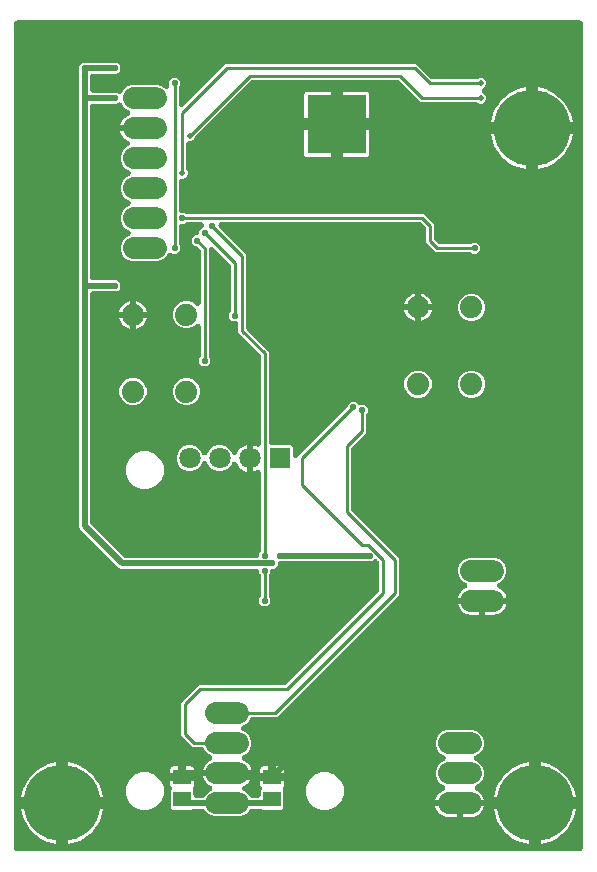
<source format=gbr>
G04 EAGLE Gerber RS-274X export*
G75*
%MOMM*%
%FSLAX34Y34*%
%LPD*%
%INBottom Copper*%
%IPPOS*%
%AMOC8*
5,1,8,0,0,1.08239X$1,22.5*%
G01*
%ADD10R,1.500000X1.300000*%
%ADD11C,1.828800*%
%ADD12R,1.800000X1.800000*%
%ADD13C,1.800000*%
%ADD14R,5.000000X5.000000*%
%ADD15C,1.879600*%
%ADD16C,6.480000*%
%ADD17P,0.543793X8X22.500000*%
%ADD18C,0.508000*%
%ADD19C,0.254000*%
%ADD20C,0.502400*%

G36*
X481365Y2544D02*
X481365Y2544D01*
X481399Y2542D01*
X481588Y2564D01*
X481779Y2581D01*
X481812Y2590D01*
X481846Y2594D01*
X482029Y2649D01*
X482213Y2699D01*
X482244Y2714D01*
X482277Y2724D01*
X482448Y2811D01*
X482620Y2893D01*
X482648Y2913D01*
X482679Y2928D01*
X482831Y3044D01*
X482986Y3155D01*
X483010Y3180D01*
X483037Y3200D01*
X483166Y3341D01*
X483300Y3477D01*
X483319Y3506D01*
X483343Y3532D01*
X483445Y3693D01*
X483552Y3850D01*
X483566Y3882D01*
X483584Y3911D01*
X483657Y4088D01*
X483734Y4262D01*
X483742Y4296D01*
X483755Y4328D01*
X483795Y4515D01*
X483841Y4700D01*
X483843Y4734D01*
X483850Y4768D01*
X483869Y5080D01*
X483869Y703360D01*
X483866Y703395D01*
X483868Y703429D01*
X483846Y703618D01*
X483829Y703809D01*
X483820Y703842D01*
X483816Y703876D01*
X483761Y704059D01*
X483711Y704243D01*
X483696Y704274D01*
X483686Y704307D01*
X483599Y704478D01*
X483517Y704650D01*
X483497Y704678D01*
X483482Y704709D01*
X483366Y704861D01*
X483255Y705016D01*
X483230Y705040D01*
X483210Y705067D01*
X483070Y705196D01*
X482933Y705330D01*
X482904Y705349D01*
X482878Y705373D01*
X482717Y705475D01*
X482560Y705582D01*
X482528Y705596D01*
X482499Y705614D01*
X482322Y705687D01*
X482148Y705764D01*
X482114Y705772D01*
X482082Y705785D01*
X481895Y705825D01*
X481710Y705871D01*
X481676Y705873D01*
X481642Y705880D01*
X481330Y705899D01*
X5080Y705899D01*
X5045Y705896D01*
X5011Y705898D01*
X4822Y705876D01*
X4631Y705859D01*
X4598Y705850D01*
X4564Y705846D01*
X4381Y705791D01*
X4197Y705741D01*
X4166Y705726D01*
X4133Y705716D01*
X3962Y705629D01*
X3790Y705547D01*
X3762Y705527D01*
X3731Y705512D01*
X3579Y705396D01*
X3424Y705285D01*
X3400Y705261D01*
X3373Y705240D01*
X3243Y705099D01*
X3110Y704963D01*
X3091Y704934D01*
X3067Y704908D01*
X2965Y704747D01*
X2858Y704590D01*
X2844Y704558D01*
X2826Y704529D01*
X2753Y704352D01*
X2676Y704178D01*
X2668Y704144D01*
X2655Y704112D01*
X2615Y703925D01*
X2569Y703740D01*
X2567Y703706D01*
X2560Y703672D01*
X2541Y703360D01*
X2541Y5080D01*
X2544Y5046D01*
X2542Y5011D01*
X2564Y4822D01*
X2581Y4632D01*
X2590Y4598D01*
X2594Y4564D01*
X2649Y4381D01*
X2699Y4197D01*
X2714Y4166D01*
X2724Y4133D01*
X2811Y3962D01*
X2893Y3791D01*
X2913Y3762D01*
X2928Y3731D01*
X3044Y3579D01*
X3155Y3424D01*
X3180Y3400D01*
X3200Y3373D01*
X3341Y3244D01*
X3477Y3110D01*
X3506Y3091D01*
X3532Y3068D01*
X3693Y2965D01*
X3850Y2858D01*
X3882Y2844D01*
X3911Y2826D01*
X4088Y2753D01*
X4262Y2676D01*
X4296Y2668D01*
X4328Y2655D01*
X4515Y2615D01*
X4700Y2569D01*
X4734Y2567D01*
X4768Y2560D01*
X5080Y2541D01*
X481330Y2541D01*
X481365Y2544D01*
G37*
%LPC*%
G36*
X182880Y71119D02*
X182880Y71119D01*
X162308Y71119D01*
X162339Y71316D01*
X162907Y73065D01*
X163742Y74704D01*
X164823Y76192D01*
X166124Y77493D01*
X167612Y78574D01*
X169011Y79287D01*
X169037Y79303D01*
X169065Y79315D01*
X169227Y79422D01*
X169393Y79526D01*
X169415Y79546D01*
X169440Y79563D01*
X169582Y79698D01*
X169726Y79829D01*
X169744Y79853D01*
X169766Y79874D01*
X169882Y80031D01*
X170000Y80185D01*
X170014Y80212D01*
X170032Y80237D01*
X170118Y80412D01*
X170207Y80585D01*
X170216Y80614D01*
X170230Y80642D01*
X170283Y80829D01*
X170341Y81015D01*
X170345Y81045D01*
X170353Y81075D01*
X170372Y81269D01*
X170396Y81462D01*
X170394Y81492D01*
X170397Y81523D01*
X170382Y81718D01*
X170372Y81912D01*
X170365Y81941D01*
X170362Y81972D01*
X170313Y82160D01*
X170268Y82350D01*
X170256Y82378D01*
X170248Y82407D01*
X170166Y82584D01*
X170089Y82763D01*
X170072Y82788D01*
X170059Y82816D01*
X169947Y82976D01*
X169839Y83138D01*
X169818Y83160D01*
X169801Y83185D01*
X169663Y83322D01*
X169527Y83463D01*
X169503Y83481D01*
X169481Y83502D01*
X169321Y83613D01*
X169163Y83727D01*
X169136Y83741D01*
X169111Y83758D01*
X168830Y83895D01*
X167395Y84490D01*
X164246Y87639D01*
X163644Y89092D01*
X163546Y89279D01*
X163449Y89469D01*
X163441Y89479D01*
X163435Y89491D01*
X163305Y89658D01*
X163177Y89827D01*
X163168Y89836D01*
X163159Y89847D01*
X163002Y89989D01*
X162846Y90133D01*
X162835Y90140D01*
X162825Y90148D01*
X162645Y90260D01*
X162466Y90374D01*
X162454Y90379D01*
X162443Y90386D01*
X162246Y90465D01*
X162050Y90545D01*
X162037Y90548D01*
X162025Y90553D01*
X161817Y90595D01*
X161610Y90640D01*
X161594Y90641D01*
X161583Y90643D01*
X161544Y90644D01*
X161298Y90659D01*
X153565Y90659D01*
X143999Y100225D01*
X143999Y128375D01*
X158645Y143021D01*
X231253Y143021D01*
X231416Y143035D01*
X231581Y143042D01*
X231640Y143055D01*
X231701Y143061D01*
X231860Y143104D01*
X232020Y143140D01*
X232077Y143163D01*
X232136Y143179D01*
X232284Y143250D01*
X232436Y143313D01*
X232487Y143346D01*
X232542Y143373D01*
X232676Y143468D01*
X232814Y143558D01*
X232872Y143609D01*
X232908Y143635D01*
X232951Y143678D01*
X233048Y143764D01*
X310896Y221612D01*
X311001Y221738D01*
X311113Y221859D01*
X311145Y221910D01*
X311184Y221957D01*
X311266Y222100D01*
X311354Y222239D01*
X311378Y222295D01*
X311408Y222348D01*
X311463Y222503D01*
X311525Y222655D01*
X311538Y222715D01*
X311559Y222772D01*
X311585Y222935D01*
X311620Y223095D01*
X311625Y223172D01*
X311632Y223217D01*
X311631Y223278D01*
X311639Y223407D01*
X311639Y246493D01*
X311625Y246657D01*
X311618Y246821D01*
X311605Y246880D01*
X311599Y246941D01*
X311556Y247100D01*
X311520Y247260D01*
X311497Y247317D01*
X311481Y247376D01*
X311410Y247524D01*
X311347Y247676D01*
X311314Y247727D01*
X311287Y247782D01*
X311192Y247916D01*
X311103Y248054D01*
X311051Y248112D01*
X311025Y248148D01*
X310982Y248191D01*
X310896Y248288D01*
X310034Y249150D01*
X310007Y249173D01*
X309984Y249198D01*
X309835Y249316D01*
X309688Y249439D01*
X309658Y249456D01*
X309631Y249478D01*
X309463Y249568D01*
X309297Y249662D01*
X309265Y249674D01*
X309234Y249690D01*
X309053Y249749D01*
X308873Y249813D01*
X308839Y249819D01*
X308806Y249830D01*
X308617Y249856D01*
X308429Y249887D01*
X308394Y249886D01*
X308360Y249891D01*
X308169Y249883D01*
X307979Y249881D01*
X307945Y249874D01*
X307910Y249873D01*
X307724Y249831D01*
X307537Y249795D01*
X307504Y249783D01*
X307470Y249775D01*
X307294Y249702D01*
X307117Y249633D01*
X307087Y249615D01*
X307055Y249601D01*
X306894Y249498D01*
X306732Y249399D01*
X306706Y249376D01*
X306677Y249357D01*
X306443Y249150D01*
X305975Y248683D01*
X305940Y248660D01*
X305825Y248558D01*
X305775Y248520D01*
X305750Y248493D01*
X305706Y248453D01*
X305420Y248167D01*
X305016Y248167D01*
X304899Y248157D01*
X304783Y248157D01*
X304688Y248139D01*
X228110Y248139D01*
X228075Y248136D01*
X228041Y248138D01*
X227852Y248116D01*
X227661Y248099D01*
X227628Y248090D01*
X227594Y248086D01*
X227411Y248031D01*
X227227Y247981D01*
X227196Y247966D01*
X227163Y247956D01*
X226992Y247869D01*
X226820Y247787D01*
X226792Y247767D01*
X226761Y247752D01*
X226609Y247636D01*
X226454Y247525D01*
X226430Y247500D01*
X226403Y247480D01*
X226274Y247340D01*
X226140Y247203D01*
X226121Y247174D01*
X226097Y247148D01*
X225995Y246987D01*
X225888Y246830D01*
X225874Y246798D01*
X225856Y246769D01*
X225783Y246592D01*
X225706Y246418D01*
X225698Y246384D01*
X225685Y246352D01*
X225645Y246165D01*
X225599Y245980D01*
X225597Y245946D01*
X225590Y245912D01*
X225571Y245600D01*
X225571Y245247D01*
X225562Y245206D01*
X225552Y245052D01*
X225545Y244990D01*
X225546Y244953D01*
X225543Y244894D01*
X225543Y244490D01*
X225257Y244204D01*
X225182Y244114D01*
X225099Y244031D01*
X225045Y243953D01*
X223425Y242333D01*
X223390Y242310D01*
X223275Y242208D01*
X223225Y242170D01*
X223200Y242143D01*
X223156Y242103D01*
X222870Y241817D01*
X222466Y241817D01*
X222349Y241807D01*
X222233Y241807D01*
X222138Y241789D01*
X221732Y241789D01*
X221697Y241786D01*
X221663Y241788D01*
X221474Y241766D01*
X221283Y241749D01*
X221250Y241740D01*
X221216Y241736D01*
X221033Y241681D01*
X220849Y241631D01*
X220818Y241616D01*
X220785Y241606D01*
X220614Y241519D01*
X220442Y241437D01*
X220414Y241417D01*
X220383Y241402D01*
X220231Y241286D01*
X220076Y241175D01*
X220052Y241150D01*
X220025Y241130D01*
X219896Y240990D01*
X219762Y240853D01*
X219743Y240824D01*
X219719Y240798D01*
X219617Y240637D01*
X219510Y240480D01*
X219496Y240448D01*
X219478Y240419D01*
X219405Y240242D01*
X219328Y240068D01*
X219320Y240034D01*
X219307Y240002D01*
X219267Y239815D01*
X219221Y239630D01*
X219219Y239596D01*
X219212Y239562D01*
X219193Y239250D01*
X219193Y238140D01*
X218694Y237642D01*
X218589Y237515D01*
X218477Y237395D01*
X218445Y237343D01*
X218406Y237296D01*
X218324Y237154D01*
X218236Y237015D01*
X218212Y236958D01*
X218182Y236905D01*
X218127Y236751D01*
X218065Y236598D01*
X218052Y236539D01*
X218031Y236481D01*
X218005Y236319D01*
X217970Y236158D01*
X217965Y236081D01*
X217958Y236037D01*
X217959Y235976D01*
X217951Y235846D01*
X217951Y218814D01*
X217965Y218650D01*
X217972Y218486D01*
X217985Y218426D01*
X217991Y218365D01*
X218034Y218206D01*
X218070Y218046D01*
X218093Y217990D01*
X218109Y217931D01*
X218180Y217783D01*
X218243Y217631D01*
X218276Y217579D01*
X218303Y217524D01*
X218398Y217391D01*
X218488Y217252D01*
X218539Y217195D01*
X218565Y217158D01*
X218608Y217116D01*
X218694Y217018D01*
X219193Y216520D01*
X219193Y212740D01*
X216520Y210067D01*
X212740Y210067D01*
X210067Y212740D01*
X210067Y216520D01*
X210566Y217018D01*
X210671Y217145D01*
X210783Y217265D01*
X210815Y217317D01*
X210854Y217364D01*
X210936Y217506D01*
X211024Y217645D01*
X211048Y217702D01*
X211078Y217755D01*
X211133Y217909D01*
X211195Y218062D01*
X211208Y218121D01*
X211229Y218179D01*
X211255Y218341D01*
X211290Y218502D01*
X211295Y218579D01*
X211302Y218623D01*
X211301Y218684D01*
X211309Y218814D01*
X211309Y235846D01*
X211295Y236010D01*
X211288Y236174D01*
X211275Y236234D01*
X211269Y236295D01*
X211226Y236453D01*
X211190Y236614D01*
X211167Y236670D01*
X211151Y236729D01*
X211080Y236877D01*
X211017Y237029D01*
X210984Y237081D01*
X210957Y237136D01*
X210862Y237269D01*
X210772Y237408D01*
X210721Y237465D01*
X210695Y237502D01*
X210652Y237544D01*
X210566Y237642D01*
X210067Y238140D01*
X210067Y239250D01*
X210064Y239285D01*
X210066Y239319D01*
X210044Y239508D01*
X210027Y239699D01*
X210018Y239732D01*
X210014Y239766D01*
X209959Y239949D01*
X209909Y240133D01*
X209894Y240164D01*
X209884Y240197D01*
X209797Y240368D01*
X209715Y240540D01*
X209695Y240568D01*
X209680Y240599D01*
X209564Y240751D01*
X209453Y240906D01*
X209428Y240930D01*
X209408Y240957D01*
X209268Y241086D01*
X209131Y241220D01*
X209102Y241239D01*
X209076Y241263D01*
X208915Y241365D01*
X208758Y241472D01*
X208726Y241486D01*
X208697Y241504D01*
X208520Y241577D01*
X208346Y241654D01*
X208312Y241662D01*
X208280Y241675D01*
X208093Y241715D01*
X207908Y241761D01*
X207874Y241763D01*
X207840Y241770D01*
X207528Y241789D01*
X93067Y241789D01*
X91380Y242488D01*
X58338Y275530D01*
X57639Y277217D01*
X57639Y666613D01*
X57648Y666654D01*
X57658Y666808D01*
X57665Y666870D01*
X57664Y666907D01*
X57667Y666966D01*
X57667Y667370D01*
X57953Y667656D01*
X58028Y667746D01*
X58111Y667829D01*
X58165Y667907D01*
X59785Y669527D01*
X59820Y669550D01*
X59935Y669652D01*
X59985Y669690D01*
X60010Y669717D01*
X60054Y669757D01*
X60340Y670043D01*
X60744Y670043D01*
X60861Y670053D01*
X60977Y670053D01*
X61072Y670071D01*
X88763Y670071D01*
X88804Y670062D01*
X88958Y670052D01*
X89020Y670045D01*
X89057Y670046D01*
X89116Y670043D01*
X89520Y670043D01*
X89806Y669757D01*
X89896Y669682D01*
X89979Y669599D01*
X90057Y669545D01*
X91677Y667925D01*
X91700Y667890D01*
X91802Y667775D01*
X91840Y667725D01*
X91867Y667700D01*
X91907Y667656D01*
X92193Y667370D01*
X92193Y666966D01*
X92203Y666849D01*
X92203Y666733D01*
X92221Y666638D01*
X92221Y664347D01*
X92212Y664306D01*
X92202Y664152D01*
X92195Y664090D01*
X92196Y664053D01*
X92193Y663994D01*
X92193Y663590D01*
X91907Y663304D01*
X91832Y663214D01*
X91749Y663131D01*
X91695Y663053D01*
X90075Y661433D01*
X90040Y661410D01*
X89925Y661308D01*
X89875Y661270D01*
X89850Y661243D01*
X89806Y661203D01*
X89520Y660917D01*
X89116Y660917D01*
X88999Y660907D01*
X88883Y660907D01*
X88788Y660889D01*
X69360Y660889D01*
X69325Y660886D01*
X69291Y660888D01*
X69102Y660866D01*
X68911Y660849D01*
X68878Y660840D01*
X68844Y660836D01*
X68661Y660781D01*
X68477Y660731D01*
X68446Y660716D01*
X68413Y660706D01*
X68242Y660619D01*
X68070Y660537D01*
X68042Y660517D01*
X68011Y660502D01*
X67859Y660386D01*
X67704Y660275D01*
X67680Y660250D01*
X67653Y660230D01*
X67524Y660090D01*
X67390Y659953D01*
X67371Y659924D01*
X67347Y659898D01*
X67245Y659737D01*
X67138Y659580D01*
X67124Y659548D01*
X67106Y659519D01*
X67033Y659342D01*
X66956Y659168D01*
X66948Y659134D01*
X66935Y659102D01*
X66895Y658915D01*
X66849Y658730D01*
X66847Y658696D01*
X66840Y658662D01*
X66821Y658350D01*
X66821Y647210D01*
X66824Y647175D01*
X66822Y647141D01*
X66844Y646952D01*
X66861Y646761D01*
X66870Y646728D01*
X66874Y646694D01*
X66929Y646511D01*
X66979Y646327D01*
X66994Y646296D01*
X67004Y646263D01*
X67091Y646092D01*
X67173Y645920D01*
X67193Y645892D01*
X67208Y645861D01*
X67324Y645709D01*
X67435Y645554D01*
X67460Y645530D01*
X67480Y645503D01*
X67620Y645374D01*
X67757Y645240D01*
X67786Y645221D01*
X67812Y645197D01*
X67973Y645095D01*
X68130Y644988D01*
X68162Y644974D01*
X68191Y644956D01*
X68368Y644883D01*
X68542Y644806D01*
X68576Y644798D01*
X68608Y644785D01*
X68795Y644745D01*
X68980Y644699D01*
X69014Y644697D01*
X69048Y644690D01*
X69360Y644671D01*
X88763Y644671D01*
X88804Y644662D01*
X88958Y644652D01*
X89020Y644645D01*
X89057Y644646D01*
X89116Y644643D01*
X89520Y644643D01*
X89759Y644403D01*
X89823Y644350D01*
X89879Y644291D01*
X89995Y644206D01*
X90105Y644114D01*
X90176Y644073D01*
X90243Y644025D01*
X90371Y643962D01*
X90496Y643891D01*
X90573Y643863D01*
X90647Y643827D01*
X90785Y643788D01*
X90920Y643740D01*
X91001Y643727D01*
X91081Y643704D01*
X91223Y643690D01*
X91364Y643667D01*
X91446Y643668D01*
X91529Y643660D01*
X91671Y643671D01*
X91814Y643673D01*
X91895Y643688D01*
X91977Y643695D01*
X92116Y643731D01*
X92256Y643758D01*
X92333Y643788D01*
X92413Y643809D01*
X92543Y643869D01*
X92676Y643921D01*
X92747Y643963D01*
X92822Y643998D01*
X92939Y644080D01*
X93061Y644155D01*
X93123Y644209D01*
X93190Y644256D01*
X93291Y644358D01*
X93399Y644453D01*
X93450Y644517D01*
X93508Y644576D01*
X93589Y644693D01*
X93678Y644806D01*
X93717Y644879D01*
X93764Y644946D01*
X93872Y645168D01*
X93891Y645203D01*
X93894Y645213D01*
X93901Y645227D01*
X94396Y646421D01*
X97545Y649570D01*
X101659Y651275D01*
X124401Y651275D01*
X128515Y649570D01*
X129532Y648553D01*
X129632Y648470D01*
X129725Y648379D01*
X129805Y648326D01*
X129878Y648264D01*
X129991Y648200D01*
X130098Y648127D01*
X130186Y648088D01*
X130269Y648041D01*
X130391Y647997D01*
X130510Y647945D01*
X130603Y647922D01*
X130693Y647890D01*
X130821Y647869D01*
X130948Y647838D01*
X131043Y647832D01*
X131137Y647817D01*
X131267Y647818D01*
X131397Y647810D01*
X131492Y647821D01*
X131588Y647823D01*
X131715Y647847D01*
X131844Y647863D01*
X131936Y647890D01*
X132030Y647908D01*
X132151Y647955D01*
X132275Y647993D01*
X132361Y648036D01*
X132450Y648071D01*
X132561Y648138D01*
X132677Y648197D01*
X132753Y648255D01*
X132834Y648305D01*
X132932Y648391D01*
X133035Y648469D01*
X133100Y648539D01*
X133172Y648603D01*
X133252Y648705D01*
X133341Y648800D01*
X133392Y648881D01*
X133451Y648956D01*
X133513Y649070D01*
X133582Y649180D01*
X133619Y649268D01*
X133664Y649353D01*
X133704Y649476D01*
X133753Y649597D01*
X133773Y649690D01*
X133803Y649781D01*
X133821Y649910D01*
X133848Y650037D01*
X133856Y650167D01*
X133864Y650227D01*
X133863Y650272D01*
X133867Y650349D01*
X133867Y654670D01*
X136540Y657343D01*
X140320Y657343D01*
X142993Y654670D01*
X142993Y650890D01*
X142494Y650392D01*
X142389Y650265D01*
X142277Y650145D01*
X142245Y650093D01*
X142206Y650046D01*
X142124Y649904D01*
X142036Y649765D01*
X142012Y649708D01*
X141982Y649655D01*
X141927Y649501D01*
X141865Y649348D01*
X141852Y649289D01*
X141831Y649231D01*
X141805Y649069D01*
X141770Y648908D01*
X141765Y648831D01*
X141758Y648787D01*
X141759Y648726D01*
X141751Y648596D01*
X141751Y635177D01*
X141762Y635048D01*
X141764Y634918D01*
X141782Y634824D01*
X141791Y634729D01*
X141825Y634603D01*
X141850Y634476D01*
X141884Y634386D01*
X141909Y634294D01*
X141965Y634177D01*
X142012Y634056D01*
X142062Y633974D01*
X142103Y633888D01*
X142178Y633782D01*
X142246Y633671D01*
X142309Y633599D01*
X142365Y633522D01*
X142458Y633431D01*
X142544Y633334D01*
X142619Y633274D01*
X142687Y633208D01*
X142795Y633135D01*
X142897Y633054D01*
X142981Y633009D01*
X143060Y632956D01*
X143179Y632903D01*
X143294Y632841D01*
X143385Y632812D01*
X143472Y632773D01*
X143599Y632742D01*
X143722Y632702D01*
X143817Y632689D01*
X143910Y632667D01*
X144039Y632659D01*
X144168Y632641D01*
X144264Y632645D01*
X144359Y632639D01*
X144488Y632654D01*
X144618Y632659D01*
X144711Y632680D01*
X144806Y632691D01*
X144931Y632729D01*
X145058Y632757D01*
X145146Y632794D01*
X145237Y632821D01*
X145353Y632880D01*
X145473Y632930D01*
X145554Y632982D01*
X145639Y633026D01*
X145742Y633104D01*
X145851Y633175D01*
X145949Y633261D01*
X145997Y633298D01*
X146028Y633331D01*
X146086Y633382D01*
X178816Y666112D01*
X181505Y668801D01*
X343005Y668801D01*
X354962Y656844D01*
X355088Y656739D01*
X355209Y656627D01*
X355260Y656595D01*
X355307Y656556D01*
X355450Y656474D01*
X355589Y656386D01*
X355645Y656362D01*
X355698Y656332D01*
X355853Y656277D01*
X356005Y656215D01*
X356065Y656202D01*
X356122Y656181D01*
X356285Y656155D01*
X356445Y656120D01*
X356522Y656115D01*
X356567Y656108D01*
X356628Y656109D01*
X356757Y656101D01*
X393326Y656101D01*
X393490Y656115D01*
X393654Y656122D01*
X393714Y656135D01*
X393775Y656141D01*
X393934Y656184D01*
X394094Y656220D01*
X394150Y656243D01*
X394209Y656259D01*
X394357Y656330D01*
X394509Y656393D01*
X394561Y656426D01*
X394616Y656453D01*
X394749Y656548D01*
X394866Y656623D01*
X396602Y657343D01*
X398418Y657343D01*
X400095Y656648D01*
X401378Y655365D01*
X402073Y653688D01*
X402073Y651872D01*
X401378Y650195D01*
X400095Y648912D01*
X399766Y648776D01*
X399651Y648716D01*
X399532Y648664D01*
X399452Y648612D01*
X399367Y648568D01*
X399264Y648488D01*
X399156Y648416D01*
X399087Y648350D01*
X399011Y648292D01*
X398924Y648195D01*
X398830Y648106D01*
X398774Y648028D01*
X398710Y647958D01*
X398641Y647847D01*
X398564Y647742D01*
X398522Y647656D01*
X398472Y647575D01*
X398424Y647455D01*
X398367Y647338D01*
X398340Y647246D01*
X398305Y647157D01*
X398279Y647029D01*
X398244Y646904D01*
X398234Y646810D01*
X398215Y646716D01*
X398212Y646586D01*
X398199Y646456D01*
X398206Y646361D01*
X398204Y646266D01*
X398224Y646137D01*
X398234Y646007D01*
X398258Y645915D01*
X398273Y645821D01*
X398315Y645698D01*
X398348Y645572D01*
X398388Y645485D01*
X398419Y645395D01*
X398483Y645281D01*
X398537Y645163D01*
X398592Y645085D01*
X398639Y645002D01*
X398721Y644901D01*
X398796Y644794D01*
X398863Y644727D01*
X398924Y644653D01*
X399023Y644569D01*
X399115Y644477D01*
X399194Y644423D01*
X399266Y644361D01*
X399379Y644295D01*
X399486Y644221D01*
X399602Y644164D01*
X399655Y644133D01*
X399697Y644118D01*
X399766Y644084D01*
X400095Y643948D01*
X401378Y642665D01*
X402073Y640988D01*
X402073Y639172D01*
X401378Y637495D01*
X400095Y636212D01*
X398418Y635517D01*
X396602Y635517D01*
X394873Y636234D01*
X394823Y636265D01*
X394776Y636304D01*
X394634Y636386D01*
X394495Y636474D01*
X394438Y636498D01*
X394385Y636528D01*
X394231Y636583D01*
X394078Y636645D01*
X394019Y636658D01*
X393961Y636679D01*
X393799Y636705D01*
X393638Y636740D01*
X393561Y636745D01*
X393517Y636752D01*
X393456Y636751D01*
X393326Y636759D01*
X346605Y636759D01*
X328298Y655066D01*
X328172Y655171D01*
X328051Y655283D01*
X328000Y655315D01*
X327953Y655354D01*
X327810Y655436D01*
X327671Y655524D01*
X327615Y655548D01*
X327562Y655578D01*
X327407Y655633D01*
X327255Y655695D01*
X327195Y655708D01*
X327138Y655729D01*
X326975Y655755D01*
X326815Y655790D01*
X326738Y655795D01*
X326693Y655802D01*
X326632Y655801D01*
X326503Y655809D01*
X204357Y655809D01*
X204194Y655795D01*
X204029Y655788D01*
X203970Y655775D01*
X203909Y655769D01*
X203750Y655726D01*
X203590Y655690D01*
X203533Y655667D01*
X203474Y655651D01*
X203326Y655580D01*
X203174Y655517D01*
X203123Y655484D01*
X203068Y655457D01*
X202934Y655362D01*
X202796Y655272D01*
X202738Y655221D01*
X202702Y655195D01*
X202659Y655152D01*
X202562Y655066D01*
X156436Y608940D01*
X156331Y608814D01*
X156219Y608693D01*
X156187Y608642D01*
X156148Y608595D01*
X156066Y608452D01*
X155978Y608313D01*
X155954Y608257D01*
X155924Y608204D01*
X155869Y608049D01*
X155807Y607897D01*
X155794Y607837D01*
X155773Y607780D01*
X155747Y607617D01*
X155717Y607482D01*
X154998Y605745D01*
X153715Y604462D01*
X152038Y603767D01*
X150640Y603767D01*
X150605Y603764D01*
X150571Y603766D01*
X150382Y603744D01*
X150191Y603727D01*
X150158Y603718D01*
X150124Y603714D01*
X149941Y603659D01*
X149757Y603609D01*
X149726Y603594D01*
X149693Y603584D01*
X149522Y603497D01*
X149350Y603415D01*
X149322Y603395D01*
X149291Y603380D01*
X149139Y603264D01*
X148984Y603153D01*
X148960Y603128D01*
X148933Y603108D01*
X148804Y602968D01*
X148670Y602831D01*
X148651Y602802D01*
X148627Y602776D01*
X148525Y602615D01*
X148418Y602458D01*
X148404Y602426D01*
X148386Y602397D01*
X148313Y602220D01*
X148236Y602046D01*
X148228Y602012D01*
X148215Y601980D01*
X148175Y601793D01*
X148129Y601608D01*
X148127Y601574D01*
X148120Y601540D01*
X148101Y601228D01*
X148101Y580764D01*
X148115Y580600D01*
X148122Y580436D01*
X148135Y580376D01*
X148141Y580315D01*
X148184Y580156D01*
X148220Y579996D01*
X148243Y579940D01*
X148259Y579881D01*
X148330Y579733D01*
X148393Y579581D01*
X148426Y579529D01*
X148453Y579474D01*
X148548Y579341D01*
X148623Y579224D01*
X149343Y577488D01*
X149343Y575672D01*
X148648Y573995D01*
X147365Y572712D01*
X145688Y572017D01*
X144290Y572017D01*
X144255Y572014D01*
X144221Y572016D01*
X144032Y571994D01*
X143841Y571977D01*
X143808Y571968D01*
X143774Y571964D01*
X143591Y571909D01*
X143407Y571859D01*
X143376Y571844D01*
X143343Y571834D01*
X143172Y571747D01*
X143000Y571665D01*
X142972Y571645D01*
X142941Y571630D01*
X142789Y571514D01*
X142634Y571403D01*
X142610Y571378D01*
X142583Y571358D01*
X142454Y571218D01*
X142320Y571081D01*
X142301Y571052D01*
X142277Y571026D01*
X142175Y570865D01*
X142068Y570708D01*
X142054Y570676D01*
X142036Y570647D01*
X141963Y570470D01*
X141886Y570296D01*
X141878Y570262D01*
X141865Y570230D01*
X141825Y570043D01*
X141779Y569858D01*
X141777Y569824D01*
X141770Y569790D01*
X141751Y569478D01*
X141751Y545582D01*
X141754Y545547D01*
X141752Y545513D01*
X141774Y545324D01*
X141791Y545133D01*
X141800Y545100D01*
X141804Y545066D01*
X141859Y544883D01*
X141909Y544699D01*
X141924Y544668D01*
X141934Y544635D01*
X142021Y544464D01*
X142103Y544292D01*
X142123Y544264D01*
X142138Y544233D01*
X142254Y544081D01*
X142365Y543926D01*
X142390Y543902D01*
X142410Y543875D01*
X142550Y543746D01*
X142687Y543612D01*
X142716Y543593D01*
X142742Y543569D01*
X142903Y543467D01*
X143060Y543360D01*
X143092Y543346D01*
X143121Y543328D01*
X143298Y543255D01*
X143472Y543178D01*
X143506Y543170D01*
X143538Y543157D01*
X143725Y543117D01*
X143910Y543071D01*
X143944Y543069D01*
X143978Y543062D01*
X144290Y543043D01*
X146670Y543043D01*
X147168Y542544D01*
X147295Y542439D01*
X147415Y542327D01*
X147467Y542295D01*
X147514Y542256D01*
X147656Y542174D01*
X147795Y542086D01*
X147852Y542062D01*
X147905Y542032D01*
X148059Y541977D01*
X148212Y541915D01*
X148271Y541902D01*
X148329Y541881D01*
X148491Y541855D01*
X148652Y541820D01*
X148729Y541815D01*
X148773Y541808D01*
X148834Y541809D01*
X148964Y541801D01*
X349355Y541801D01*
X357651Y533505D01*
X357651Y521857D01*
X357665Y521694D01*
X357672Y521529D01*
X357685Y521470D01*
X357691Y521409D01*
X357734Y521250D01*
X357770Y521090D01*
X357793Y521033D01*
X357809Y520974D01*
X357880Y520826D01*
X357943Y520674D01*
X357976Y520623D01*
X358003Y520568D01*
X358098Y520434D01*
X358188Y520296D01*
X358239Y520238D01*
X358265Y520202D01*
X358308Y520159D01*
X358394Y520062D01*
X361312Y517144D01*
X361438Y517039D01*
X361559Y516927D01*
X361610Y516895D01*
X361657Y516856D01*
X361800Y516774D01*
X361939Y516686D01*
X361995Y516662D01*
X362048Y516632D01*
X362203Y516577D01*
X362355Y516515D01*
X362415Y516502D01*
X362472Y516481D01*
X362635Y516455D01*
X362795Y516420D01*
X362872Y516415D01*
X362917Y516408D01*
X362978Y516409D01*
X363107Y516401D01*
X388246Y516401D01*
X388410Y516415D01*
X388574Y516422D01*
X388634Y516435D01*
X388695Y516441D01*
X388854Y516484D01*
X389014Y516520D01*
X389070Y516543D01*
X389129Y516559D01*
X389277Y516630D01*
X389429Y516693D01*
X389481Y516726D01*
X389536Y516753D01*
X389669Y516848D01*
X389808Y516938D01*
X389865Y516989D01*
X389902Y517015D01*
X389944Y517058D01*
X390042Y517144D01*
X390540Y517643D01*
X394320Y517643D01*
X396993Y514970D01*
X396993Y511190D01*
X394320Y508517D01*
X390540Y508517D01*
X390042Y509016D01*
X389915Y509121D01*
X389795Y509233D01*
X389743Y509265D01*
X389696Y509304D01*
X389554Y509386D01*
X389415Y509474D01*
X389358Y509498D01*
X389305Y509528D01*
X389151Y509583D01*
X388998Y509645D01*
X388939Y509658D01*
X388881Y509679D01*
X388719Y509705D01*
X388558Y509740D01*
X388481Y509745D01*
X388437Y509752D01*
X388376Y509751D01*
X388246Y509759D01*
X359305Y509759D01*
X351009Y518055D01*
X351009Y529703D01*
X350995Y529866D01*
X350988Y530031D01*
X350975Y530090D01*
X350969Y530151D01*
X350926Y530310D01*
X350890Y530470D01*
X350867Y530527D01*
X350851Y530586D01*
X350780Y530734D01*
X350717Y530886D01*
X350684Y530937D01*
X350657Y530992D01*
X350562Y531126D01*
X350472Y531264D01*
X350421Y531322D01*
X350395Y531358D01*
X350352Y531401D01*
X350266Y531498D01*
X347348Y534416D01*
X347222Y534521D01*
X347101Y534633D01*
X347050Y534665D01*
X347003Y534704D01*
X346860Y534786D01*
X346721Y534874D01*
X346665Y534898D01*
X346612Y534928D01*
X346457Y534983D01*
X346305Y535045D01*
X346245Y535058D01*
X346188Y535079D01*
X346025Y535105D01*
X345865Y535140D01*
X345788Y535145D01*
X345743Y535152D01*
X345682Y535151D01*
X345553Y535159D01*
X177977Y535159D01*
X177848Y535148D01*
X177718Y535146D01*
X177624Y535128D01*
X177529Y535119D01*
X177403Y535085D01*
X177276Y535060D01*
X177186Y535026D01*
X177094Y535001D01*
X176977Y534945D01*
X176856Y534898D01*
X176774Y534848D01*
X176688Y534807D01*
X176582Y534732D01*
X176471Y534664D01*
X176399Y534601D01*
X176322Y534545D01*
X176231Y534452D01*
X176134Y534366D01*
X176074Y534291D01*
X176008Y534223D01*
X175935Y534115D01*
X175854Y534013D01*
X175809Y533929D01*
X175756Y533850D01*
X175703Y533731D01*
X175641Y533616D01*
X175612Y533525D01*
X175573Y533438D01*
X175542Y533311D01*
X175502Y533188D01*
X175489Y533093D01*
X175467Y533000D01*
X175459Y532871D01*
X175441Y532742D01*
X175445Y532646D01*
X175439Y532551D01*
X175454Y532422D01*
X175459Y532292D01*
X175480Y532199D01*
X175491Y532104D01*
X175529Y531979D01*
X175557Y531852D01*
X175594Y531764D01*
X175621Y531673D01*
X175680Y531557D01*
X175730Y531437D01*
X175782Y531356D01*
X175826Y531271D01*
X175904Y531168D01*
X175975Y531059D01*
X176061Y530961D01*
X176098Y530913D01*
X176131Y530882D01*
X176182Y530824D01*
X196212Y510794D01*
X198901Y508105D01*
X198901Y445657D01*
X198915Y445494D01*
X198922Y445329D01*
X198935Y445270D01*
X198941Y445209D01*
X198984Y445050D01*
X199020Y444890D01*
X199043Y444833D01*
X199059Y444774D01*
X199130Y444626D01*
X199193Y444474D01*
X199226Y444423D01*
X199253Y444368D01*
X199348Y444234D01*
X199438Y444096D01*
X199489Y444038D01*
X199515Y444002D01*
X199558Y443959D01*
X199644Y443862D01*
X217951Y425555D01*
X217951Y348870D01*
X217954Y348835D01*
X217952Y348801D01*
X217974Y348612D01*
X217991Y348421D01*
X218000Y348388D01*
X218004Y348354D01*
X218059Y348171D01*
X218109Y347987D01*
X218124Y347956D01*
X218134Y347923D01*
X218221Y347752D01*
X218303Y347580D01*
X218323Y347552D01*
X218338Y347521D01*
X218454Y347369D01*
X218565Y347214D01*
X218590Y347190D01*
X218610Y347163D01*
X218750Y347034D01*
X218887Y346900D01*
X218916Y346881D01*
X218942Y346857D01*
X219103Y346755D01*
X219260Y346648D01*
X219292Y346634D01*
X219321Y346616D01*
X219498Y346543D01*
X219672Y346466D01*
X219706Y346458D01*
X219738Y346445D01*
X219925Y346405D01*
X220110Y346359D01*
X220144Y346357D01*
X220178Y346350D01*
X220490Y346331D01*
X237179Y346331D01*
X238381Y345129D01*
X238381Y338107D01*
X238392Y337978D01*
X238394Y337848D01*
X238412Y337754D01*
X238421Y337659D01*
X238455Y337533D01*
X238480Y337406D01*
X238514Y337316D01*
X238539Y337224D01*
X238595Y337107D01*
X238642Y336986D01*
X238692Y336904D01*
X238733Y336818D01*
X238808Y336712D01*
X238876Y336601D01*
X238939Y336529D01*
X238995Y336452D01*
X239088Y336361D01*
X239174Y336264D01*
X239249Y336204D01*
X239317Y336138D01*
X239425Y336065D01*
X239527Y335984D01*
X239611Y335939D01*
X239690Y335886D01*
X239809Y335833D01*
X239924Y335771D01*
X240015Y335742D01*
X240102Y335703D01*
X240229Y335672D01*
X240352Y335632D01*
X240447Y335619D01*
X240540Y335597D01*
X240669Y335589D01*
X240798Y335571D01*
X240894Y335575D01*
X240989Y335569D01*
X241118Y335584D01*
X241248Y335589D01*
X241341Y335610D01*
X241436Y335621D01*
X241561Y335659D01*
X241688Y335687D01*
X241776Y335724D01*
X241867Y335751D01*
X241983Y335810D01*
X242103Y335860D01*
X242183Y335912D01*
X242269Y335956D01*
X242372Y336034D01*
X242481Y336105D01*
X242579Y336191D01*
X242627Y336228D01*
X242658Y336261D01*
X242716Y336312D01*
X245748Y339344D01*
X284254Y377850D01*
X284359Y377976D01*
X284471Y378097D01*
X284503Y378148D01*
X284542Y378195D01*
X284624Y378338D01*
X284712Y378477D01*
X284736Y378533D01*
X284766Y378586D01*
X284821Y378741D01*
X284883Y378893D01*
X284896Y378953D01*
X284917Y379010D01*
X284943Y379173D01*
X284978Y379333D01*
X284983Y379410D01*
X284990Y379455D01*
X284989Y379516D01*
X284997Y379645D01*
X284997Y380350D01*
X287670Y383023D01*
X291450Y383023D01*
X293246Y381226D01*
X293372Y381121D01*
X293493Y381009D01*
X293545Y380977D01*
X293592Y380938D01*
X293734Y380856D01*
X293873Y380768D01*
X293930Y380744D01*
X293982Y380714D01*
X294137Y380659D01*
X294290Y380597D01*
X294349Y380584D01*
X294407Y380563D01*
X294569Y380537D01*
X294730Y380502D01*
X294807Y380497D01*
X294851Y380490D01*
X294912Y380491D01*
X295042Y380483D01*
X299070Y380483D01*
X301743Y377810D01*
X301743Y374030D01*
X301244Y373532D01*
X301139Y373405D01*
X301027Y373285D01*
X300995Y373233D01*
X300956Y373186D01*
X300874Y373044D01*
X300786Y372905D01*
X300762Y372848D01*
X300732Y372795D01*
X300677Y372641D01*
X300615Y372488D01*
X300602Y372429D01*
X300581Y372371D01*
X300555Y372209D01*
X300520Y372048D01*
X300515Y371971D01*
X300508Y371927D01*
X300509Y371866D01*
X300501Y371736D01*
X300501Y356765D01*
X288544Y344808D01*
X288439Y344682D01*
X288327Y344561D01*
X288295Y344510D01*
X288256Y344463D01*
X288174Y344320D01*
X288086Y344181D01*
X288062Y344125D01*
X288032Y344072D01*
X287977Y343917D01*
X287915Y343765D01*
X287902Y343705D01*
X287881Y343648D01*
X287855Y343485D01*
X287820Y343325D01*
X287815Y343248D01*
X287808Y343203D01*
X287809Y343142D01*
X287801Y343013D01*
X287801Y291987D01*
X287803Y291964D01*
X287802Y291946D01*
X287813Y291847D01*
X287815Y291824D01*
X287822Y291659D01*
X287835Y291600D01*
X287841Y291539D01*
X287884Y291380D01*
X287920Y291220D01*
X287943Y291163D01*
X287959Y291104D01*
X288030Y290956D01*
X288093Y290804D01*
X288126Y290753D01*
X288153Y290698D01*
X288248Y290564D01*
X288338Y290426D01*
X288389Y290368D01*
X288415Y290332D01*
X288458Y290289D01*
X288544Y290192D01*
X328441Y250295D01*
X328441Y219605D01*
X224895Y116059D01*
X204462Y116059D01*
X204251Y116040D01*
X204040Y116024D01*
X204027Y116021D01*
X204014Y116019D01*
X203808Y115963D01*
X203604Y115910D01*
X203592Y115904D01*
X203579Y115901D01*
X203389Y115810D01*
X203196Y115721D01*
X203185Y115713D01*
X203173Y115707D01*
X203001Y115585D01*
X202827Y115462D01*
X202817Y115453D01*
X202807Y115445D01*
X202658Y115293D01*
X202509Y115143D01*
X202502Y115132D01*
X202493Y115123D01*
X202374Y114947D01*
X202253Y114773D01*
X202246Y114758D01*
X202241Y114750D01*
X202225Y114714D01*
X202116Y114492D01*
X201514Y113039D01*
X198365Y109890D01*
X196280Y109026D01*
X196165Y108966D01*
X196046Y108914D01*
X195966Y108862D01*
X195881Y108817D01*
X195778Y108738D01*
X195670Y108666D01*
X195601Y108600D01*
X195525Y108542D01*
X195438Y108445D01*
X195344Y108355D01*
X195288Y108278D01*
X195224Y108207D01*
X195155Y108097D01*
X195078Y107992D01*
X195036Y107906D01*
X194986Y107825D01*
X194938Y107704D01*
X194881Y107588D01*
X194854Y107496D01*
X194819Y107407D01*
X194793Y107279D01*
X194758Y107154D01*
X194748Y107059D01*
X194729Y106966D01*
X194726Y106836D01*
X194713Y106706D01*
X194720Y106611D01*
X194718Y106516D01*
X194738Y106387D01*
X194748Y106257D01*
X194772Y106165D01*
X194787Y106071D01*
X194829Y105948D01*
X194862Y105822D01*
X194902Y105735D01*
X194933Y105645D01*
X194997Y105531D01*
X195051Y105413D01*
X195106Y105335D01*
X195153Y105252D01*
X195235Y105151D01*
X195310Y105044D01*
X195378Y104977D01*
X195438Y104903D01*
X195537Y104819D01*
X195629Y104727D01*
X195708Y104673D01*
X195780Y104611D01*
X195893Y104545D01*
X196000Y104471D01*
X196117Y104414D01*
X196169Y104383D01*
X196211Y104368D01*
X196280Y104334D01*
X198365Y103470D01*
X201514Y100321D01*
X203219Y96207D01*
X203219Y91753D01*
X201514Y87639D01*
X198365Y84490D01*
X196930Y83895D01*
X196903Y83881D01*
X196874Y83871D01*
X196704Y83777D01*
X196531Y83687D01*
X196507Y83668D01*
X196480Y83653D01*
X196329Y83530D01*
X196175Y83411D01*
X196155Y83388D01*
X196131Y83369D01*
X196004Y83221D01*
X195873Y83077D01*
X195857Y83051D01*
X195837Y83028D01*
X195738Y82859D01*
X195635Y82694D01*
X195624Y82666D01*
X195609Y82640D01*
X195541Y82457D01*
X195469Y82276D01*
X195463Y82246D01*
X195452Y82218D01*
X195418Y82026D01*
X195379Y81835D01*
X195378Y81804D01*
X195372Y81775D01*
X195372Y81580D01*
X195368Y81385D01*
X195372Y81355D01*
X195372Y81324D01*
X195407Y81133D01*
X195437Y80940D01*
X195447Y80911D01*
X195452Y80881D01*
X195520Y80698D01*
X195583Y80514D01*
X195598Y80487D01*
X195608Y80459D01*
X195707Y80291D01*
X195802Y80121D01*
X195822Y80097D01*
X195837Y80071D01*
X195964Y79923D01*
X196088Y79772D01*
X196111Y79753D01*
X196131Y79730D01*
X196282Y79606D01*
X196430Y79480D01*
X196456Y79464D01*
X196480Y79445D01*
X196749Y79287D01*
X198148Y78574D01*
X199636Y77493D01*
X200937Y76192D01*
X202018Y74704D01*
X202853Y73065D01*
X203421Y71316D01*
X203452Y71119D01*
X182880Y71119D01*
X182880Y71119D01*
G37*
%LPD*%
G36*
X207563Y250974D02*
X207563Y250974D01*
X207597Y250972D01*
X207786Y250994D01*
X207977Y251011D01*
X208010Y251020D01*
X208044Y251024D01*
X208227Y251079D01*
X208411Y251129D01*
X208442Y251144D01*
X208475Y251154D01*
X208646Y251241D01*
X208818Y251323D01*
X208846Y251343D01*
X208877Y251358D01*
X209029Y251474D01*
X209184Y251585D01*
X209208Y251610D01*
X209235Y251630D01*
X209364Y251770D01*
X209498Y251907D01*
X209517Y251936D01*
X209541Y251962D01*
X209643Y252123D01*
X209750Y252280D01*
X209764Y252312D01*
X209782Y252341D01*
X209855Y252518D01*
X209932Y252692D01*
X209940Y252726D01*
X209953Y252758D01*
X209993Y252945D01*
X210039Y253130D01*
X210041Y253164D01*
X210048Y253198D01*
X210067Y253510D01*
X210067Y254620D01*
X210566Y255118D01*
X210671Y255244D01*
X210783Y255365D01*
X210815Y255417D01*
X210854Y255464D01*
X210936Y255606D01*
X211024Y255745D01*
X211048Y255802D01*
X211078Y255854D01*
X211133Y256009D01*
X211195Y256162D01*
X211208Y256221D01*
X211229Y256279D01*
X211255Y256441D01*
X211290Y256602D01*
X211295Y256679D01*
X211302Y256723D01*
X211301Y256784D01*
X211309Y256914D01*
X211309Y322963D01*
X211293Y323144D01*
X211283Y323326D01*
X211273Y323368D01*
X211269Y323411D01*
X211221Y323587D01*
X211180Y323764D01*
X211162Y323804D01*
X211151Y323846D01*
X211073Y324010D01*
X211000Y324177D01*
X210976Y324213D01*
X210957Y324252D01*
X210852Y324400D01*
X210751Y324552D01*
X210721Y324583D01*
X210695Y324618D01*
X210565Y324746D01*
X210439Y324876D01*
X210404Y324902D01*
X210373Y324932D01*
X210222Y325034D01*
X210075Y325141D01*
X210036Y325160D01*
X210000Y325185D01*
X209833Y325258D01*
X209670Y325337D01*
X209628Y325349D01*
X209588Y325367D01*
X209411Y325410D01*
X209236Y325459D01*
X209193Y325463D01*
X209150Y325473D01*
X208969Y325485D01*
X208788Y325502D01*
X208744Y325498D01*
X208701Y325501D01*
X208520Y325480D01*
X208339Y325465D01*
X208297Y325454D01*
X208254Y325449D01*
X208079Y325396D01*
X207904Y325350D01*
X207855Y325328D01*
X207823Y325319D01*
X207767Y325290D01*
X207617Y325225D01*
X206360Y324585D01*
X204633Y324023D01*
X204469Y323998D01*
X204469Y335280D01*
X204469Y346562D01*
X204633Y346537D01*
X206360Y345975D01*
X207617Y345335D01*
X207786Y345267D01*
X207952Y345193D01*
X207995Y345183D01*
X208035Y345167D01*
X208213Y345130D01*
X208390Y345087D01*
X208433Y345084D01*
X208476Y345075D01*
X208658Y345070D01*
X208839Y345059D01*
X208882Y345064D01*
X208926Y345063D01*
X209106Y345090D01*
X209286Y345111D01*
X209328Y345124D01*
X209371Y345130D01*
X209543Y345189D01*
X209717Y345241D01*
X209756Y345261D01*
X209797Y345275D01*
X209956Y345363D01*
X210119Y345446D01*
X210153Y345472D01*
X210191Y345493D01*
X210332Y345608D01*
X210477Y345718D01*
X210507Y345750D01*
X210541Y345777D01*
X210659Y345915D01*
X210783Y346049D01*
X210806Y346086D01*
X210834Y346118D01*
X210926Y346275D01*
X211024Y346429D01*
X211041Y346469D01*
X211063Y346506D01*
X211126Y346677D01*
X211195Y346845D01*
X211204Y346888D01*
X211220Y346928D01*
X211252Y347107D01*
X211290Y347285D01*
X211293Y347339D01*
X211299Y347372D01*
X211299Y347435D01*
X211309Y347597D01*
X211309Y421753D01*
X211295Y421916D01*
X211288Y422081D01*
X211275Y422140D01*
X211269Y422201D01*
X211226Y422360D01*
X211190Y422520D01*
X211167Y422577D01*
X211151Y422636D01*
X211080Y422784D01*
X211017Y422936D01*
X210984Y422987D01*
X210957Y423042D01*
X210862Y423176D01*
X210772Y423314D01*
X210721Y423372D01*
X210695Y423408D01*
X210652Y423451D01*
X210566Y423548D01*
X192259Y441855D01*
X192259Y448828D01*
X192256Y448863D01*
X192258Y448897D01*
X192236Y449086D01*
X192219Y449277D01*
X192210Y449310D01*
X192206Y449344D01*
X192151Y449527D01*
X192101Y449711D01*
X192086Y449742D01*
X192076Y449775D01*
X191989Y449946D01*
X191907Y450118D01*
X191887Y450146D01*
X191872Y450177D01*
X191756Y450329D01*
X191645Y450484D01*
X191620Y450508D01*
X191600Y450535D01*
X191460Y450664D01*
X191323Y450798D01*
X191294Y450817D01*
X191268Y450841D01*
X191107Y450943D01*
X190950Y451050D01*
X190918Y451064D01*
X190889Y451082D01*
X190712Y451155D01*
X190538Y451232D01*
X190504Y451240D01*
X190472Y451253D01*
X190285Y451293D01*
X190100Y451339D01*
X190066Y451341D01*
X190032Y451348D01*
X189720Y451367D01*
X187340Y451367D01*
X184667Y454040D01*
X184667Y457820D01*
X185166Y458318D01*
X185271Y458445D01*
X185383Y458565D01*
X185415Y458617D01*
X185454Y458664D01*
X185536Y458806D01*
X185624Y458945D01*
X185648Y459002D01*
X185678Y459055D01*
X185733Y459209D01*
X185795Y459362D01*
X185808Y459421D01*
X185829Y459479D01*
X185855Y459641D01*
X185890Y459802D01*
X185895Y459879D01*
X185902Y459923D01*
X185901Y459984D01*
X185909Y460114D01*
X185909Y497953D01*
X185895Y498116D01*
X185888Y498281D01*
X185875Y498340D01*
X185869Y498401D01*
X185826Y498560D01*
X185790Y498720D01*
X185767Y498777D01*
X185751Y498836D01*
X185680Y498984D01*
X185617Y499136D01*
X185584Y499187D01*
X185557Y499242D01*
X185462Y499376D01*
X185372Y499514D01*
X185321Y499572D01*
X185295Y499608D01*
X185252Y499651D01*
X185166Y499748D01*
X171486Y513428D01*
X171386Y513512D01*
X171293Y513602D01*
X171213Y513656D01*
X171140Y513717D01*
X171027Y513782D01*
X170920Y513854D01*
X170832Y513893D01*
X170749Y513941D01*
X170627Y513984D01*
X170508Y514037D01*
X170415Y514059D01*
X170325Y514091D01*
X170196Y514113D01*
X170070Y514143D01*
X169975Y514149D01*
X169881Y514165D01*
X169750Y514163D01*
X169621Y514171D01*
X169526Y514160D01*
X169430Y514159D01*
X169303Y514134D01*
X169174Y514119D01*
X169082Y514091D01*
X168988Y514073D01*
X168867Y514026D01*
X168743Y513989D01*
X168658Y513945D01*
X168568Y513911D01*
X168457Y513843D01*
X168341Y513784D01*
X168265Y513727D01*
X168184Y513677D01*
X168086Y513591D01*
X167983Y513512D01*
X167918Y513442D01*
X167846Y513379D01*
X167766Y513277D01*
X167677Y513181D01*
X167626Y513101D01*
X167567Y513026D01*
X167506Y512911D01*
X167436Y512801D01*
X167399Y512713D01*
X167354Y512629D01*
X167314Y512505D01*
X167265Y512385D01*
X167245Y512291D01*
X167215Y512201D01*
X167197Y512072D01*
X167170Y511945D01*
X167162Y511815D01*
X167154Y511755D01*
X167155Y511710D01*
X167151Y511633D01*
X167151Y422014D01*
X167165Y421850D01*
X167172Y421686D01*
X167185Y421626D01*
X167191Y421565D01*
X167234Y421406D01*
X167270Y421246D01*
X167293Y421190D01*
X167309Y421131D01*
X167380Y420983D01*
X167443Y420831D01*
X167476Y420779D01*
X167503Y420724D01*
X167598Y420591D01*
X167688Y420452D01*
X167739Y420395D01*
X167765Y420358D01*
X167808Y420316D01*
X167894Y420218D01*
X168393Y419720D01*
X168393Y415940D01*
X165720Y413267D01*
X161940Y413267D01*
X159267Y415940D01*
X159267Y419720D01*
X159766Y420218D01*
X159871Y420345D01*
X159983Y420465D01*
X160015Y420517D01*
X160054Y420564D01*
X160136Y420706D01*
X160224Y420845D01*
X160248Y420902D01*
X160278Y420955D01*
X160333Y421109D01*
X160395Y421262D01*
X160408Y421321D01*
X160429Y421379D01*
X160455Y421541D01*
X160490Y421702D01*
X160495Y421779D01*
X160502Y421823D01*
X160501Y421884D01*
X160509Y422014D01*
X160509Y446544D01*
X160498Y446674D01*
X160496Y446804D01*
X160478Y446897D01*
X160469Y446993D01*
X160435Y447118D01*
X160410Y447246D01*
X160376Y447335D01*
X160351Y447427D01*
X160295Y447544D01*
X160248Y447666D01*
X160198Y447747D01*
X160157Y447834D01*
X160082Y447939D01*
X160014Y448050D01*
X159951Y448122D01*
X159895Y448200D01*
X159802Y448290D01*
X159716Y448388D01*
X159641Y448447D01*
X159573Y448514D01*
X159465Y448586D01*
X159363Y448667D01*
X159279Y448712D01*
X159200Y448766D01*
X159081Y448818D01*
X158966Y448880D01*
X158875Y448909D01*
X158788Y448948D01*
X158662Y448979D01*
X158538Y449019D01*
X158443Y449032D01*
X158350Y449055D01*
X158221Y449063D01*
X158092Y449080D01*
X157996Y449076D01*
X157901Y449082D01*
X157772Y449067D01*
X157642Y449062D01*
X157549Y449041D01*
X157454Y449030D01*
X157329Y448993D01*
X157202Y448964D01*
X157114Y448928D01*
X157023Y448900D01*
X156907Y448841D01*
X156787Y448791D01*
X156707Y448739D01*
X156621Y448696D01*
X156518Y448617D01*
X156409Y448546D01*
X156311Y448460D01*
X156263Y448424D01*
X156232Y448391D01*
X156174Y448340D01*
X154821Y446986D01*
X150613Y445243D01*
X146059Y445243D01*
X141851Y446986D01*
X138630Y450207D01*
X136887Y454415D01*
X136887Y458969D01*
X138630Y463177D01*
X141851Y466398D01*
X146059Y468141D01*
X150613Y468141D01*
X154821Y466398D01*
X156174Y465044D01*
X156274Y464961D01*
X156367Y464870D01*
X156447Y464817D01*
X156520Y464756D01*
X156633Y464691D01*
X156740Y464618D01*
X156828Y464580D01*
X156911Y464532D01*
X157033Y464489D01*
X157152Y464436D01*
X157245Y464413D01*
X157335Y464381D01*
X157463Y464360D01*
X157590Y464329D01*
X157685Y464324D01*
X157779Y464308D01*
X157909Y464310D01*
X158039Y464302D01*
X158134Y464313D01*
X158230Y464314D01*
X158357Y464339D01*
X158486Y464354D01*
X158578Y464381D01*
X158672Y464400D01*
X158793Y464446D01*
X158917Y464484D01*
X159003Y464527D01*
X159092Y464562D01*
X159203Y464629D01*
X159319Y464688D01*
X159395Y464746D01*
X159476Y464796D01*
X159574Y464882D01*
X159677Y464960D01*
X159742Y465031D01*
X159814Y465094D01*
X159894Y465196D01*
X159983Y465292D01*
X160034Y465372D01*
X160093Y465447D01*
X160155Y465562D01*
X160224Y465671D01*
X160261Y465760D01*
X160306Y465844D01*
X160346Y465968D01*
X160395Y466088D01*
X160415Y466181D01*
X160445Y466272D01*
X160463Y466401D01*
X160490Y466528D01*
X160498Y466658D01*
X160506Y466718D01*
X160505Y466763D01*
X160509Y466840D01*
X160509Y510653D01*
X160495Y510816D01*
X160488Y510981D01*
X160475Y511040D01*
X160469Y511101D01*
X160426Y511260D01*
X160390Y511420D01*
X160367Y511477D01*
X160351Y511536D01*
X160280Y511684D01*
X160217Y511836D01*
X160184Y511887D01*
X160157Y511942D01*
X160062Y512076D01*
X159972Y512214D01*
X159921Y512272D01*
X159895Y512308D01*
X159852Y512351D01*
X159766Y512448D01*
X158090Y514124D01*
X157964Y514229D01*
X157843Y514341D01*
X157792Y514373D01*
X157745Y514412D01*
X157602Y514494D01*
X157463Y514582D01*
X157407Y514606D01*
X157354Y514636D01*
X157199Y514691D01*
X157047Y514753D01*
X156987Y514766D01*
X156930Y514787D01*
X156767Y514813D01*
X156607Y514848D01*
X156530Y514853D01*
X156485Y514860D01*
X156424Y514859D01*
X156295Y514867D01*
X155590Y514867D01*
X152917Y517540D01*
X152917Y521320D01*
X155590Y523993D01*
X156728Y523993D01*
X156763Y523996D01*
X156797Y523994D01*
X156986Y524016D01*
X157177Y524033D01*
X157210Y524042D01*
X157244Y524046D01*
X157427Y524101D01*
X157611Y524151D01*
X157642Y524166D01*
X157675Y524176D01*
X157846Y524263D01*
X158018Y524345D01*
X158046Y524365D01*
X158077Y524380D01*
X158229Y524496D01*
X158384Y524607D01*
X158408Y524632D01*
X158435Y524652D01*
X158564Y524792D01*
X158698Y524929D01*
X158717Y524958D01*
X158741Y524984D01*
X158843Y525145D01*
X158950Y525302D01*
X158964Y525334D01*
X158982Y525363D01*
X159055Y525540D01*
X159132Y525714D01*
X159140Y525748D01*
X159153Y525780D01*
X159193Y525967D01*
X159239Y526152D01*
X159241Y526186D01*
X159248Y526220D01*
X159267Y526532D01*
X159267Y527670D01*
X162422Y530824D01*
X162505Y530924D01*
X162596Y531017D01*
X162650Y531097D01*
X162711Y531170D01*
X162775Y531283D01*
X162848Y531390D01*
X162887Y531478D01*
X162934Y531561D01*
X162978Y531683D01*
X163030Y531802D01*
X163053Y531895D01*
X163085Y531985D01*
X163106Y532113D01*
X163137Y532240D01*
X163143Y532335D01*
X163158Y532429D01*
X163157Y532559D01*
X163165Y532689D01*
X163154Y532784D01*
X163152Y532880D01*
X163128Y533007D01*
X163113Y533136D01*
X163085Y533228D01*
X163067Y533322D01*
X163020Y533443D01*
X162982Y533567D01*
X162939Y533653D01*
X162904Y533742D01*
X162837Y533853D01*
X162778Y533969D01*
X162720Y534045D01*
X162671Y534126D01*
X162584Y534224D01*
X162506Y534327D01*
X162436Y534392D01*
X162372Y534464D01*
X162270Y534544D01*
X162175Y534633D01*
X162094Y534684D01*
X162019Y534743D01*
X161905Y534804D01*
X161795Y534874D01*
X161707Y534911D01*
X161622Y534956D01*
X161499Y534996D01*
X161378Y535045D01*
X161285Y535065D01*
X161194Y535095D01*
X161065Y535113D01*
X160938Y535140D01*
X160809Y535148D01*
X160748Y535156D01*
X160703Y535155D01*
X160626Y535159D01*
X148964Y535159D01*
X148800Y535145D01*
X148636Y535138D01*
X148576Y535125D01*
X148515Y535119D01*
X148356Y535076D01*
X148196Y535040D01*
X148140Y535017D01*
X148081Y535001D01*
X147933Y534930D01*
X147781Y534867D01*
X147729Y534834D01*
X147674Y534807D01*
X147541Y534712D01*
X147402Y534622D01*
X147345Y534571D01*
X147308Y534545D01*
X147266Y534502D01*
X147168Y534416D01*
X146670Y533917D01*
X144290Y533917D01*
X144255Y533914D01*
X144221Y533916D01*
X144032Y533894D01*
X143841Y533877D01*
X143808Y533868D01*
X143774Y533864D01*
X143591Y533809D01*
X143407Y533759D01*
X143376Y533744D01*
X143343Y533734D01*
X143172Y533647D01*
X143000Y533565D01*
X142972Y533545D01*
X142941Y533530D01*
X142789Y533414D01*
X142634Y533303D01*
X142610Y533278D01*
X142583Y533258D01*
X142454Y533118D01*
X142320Y532981D01*
X142301Y532952D01*
X142277Y532926D01*
X142175Y532765D01*
X142068Y532608D01*
X142054Y532576D01*
X142036Y532547D01*
X141963Y532370D01*
X141886Y532196D01*
X141878Y532162D01*
X141865Y532130D01*
X141825Y531943D01*
X141779Y531758D01*
X141777Y531724D01*
X141770Y531690D01*
X141751Y531378D01*
X141751Y517264D01*
X141765Y517100D01*
X141772Y516936D01*
X141785Y516876D01*
X141791Y516815D01*
X141834Y516656D01*
X141870Y516496D01*
X141893Y516440D01*
X141909Y516381D01*
X141980Y516233D01*
X142043Y516081D01*
X142076Y516029D01*
X142103Y515974D01*
X142198Y515841D01*
X142288Y515702D01*
X142339Y515645D01*
X142365Y515608D01*
X142408Y515566D01*
X142494Y515468D01*
X142993Y514970D01*
X142993Y511190D01*
X140320Y508517D01*
X136540Y508517D01*
X136301Y508757D01*
X136237Y508810D01*
X136181Y508869D01*
X136065Y508954D01*
X135955Y509046D01*
X135884Y509087D01*
X135817Y509135D01*
X135689Y509198D01*
X135564Y509269D01*
X135487Y509297D01*
X135413Y509333D01*
X135275Y509372D01*
X135140Y509420D01*
X135059Y509433D01*
X134979Y509456D01*
X134837Y509470D01*
X134696Y509493D01*
X134614Y509492D01*
X134531Y509500D01*
X134389Y509489D01*
X134246Y509487D01*
X134165Y509472D01*
X134083Y509465D01*
X133944Y509429D01*
X133804Y509402D01*
X133727Y509372D01*
X133647Y509351D01*
X133517Y509291D01*
X133384Y509239D01*
X133313Y509197D01*
X133238Y509162D01*
X133121Y509080D01*
X132999Y509005D01*
X132937Y508951D01*
X132870Y508904D01*
X132769Y508802D01*
X132661Y508707D01*
X132610Y508643D01*
X132552Y508584D01*
X132471Y508467D01*
X132382Y508354D01*
X132343Y508281D01*
X132296Y508214D01*
X132188Y507992D01*
X132169Y507957D01*
X132166Y507947D01*
X132159Y507933D01*
X131664Y506739D01*
X128515Y503590D01*
X124401Y501885D01*
X101659Y501885D01*
X97545Y503590D01*
X94396Y506739D01*
X92691Y510853D01*
X92691Y515307D01*
X94396Y519421D01*
X97545Y522570D01*
X99630Y523434D01*
X99745Y523494D01*
X99864Y523546D01*
X99944Y523598D01*
X100029Y523643D01*
X100131Y523722D01*
X100240Y523794D01*
X100309Y523860D01*
X100385Y523918D01*
X100472Y524015D01*
X100566Y524104D01*
X100622Y524182D01*
X100686Y524252D01*
X100755Y524363D01*
X100832Y524468D01*
X100874Y524554D01*
X100924Y524635D01*
X100972Y524755D01*
X101029Y524872D01*
X101056Y524964D01*
X101091Y525053D01*
X101117Y525180D01*
X101152Y525306D01*
X101162Y525401D01*
X101181Y525494D01*
X101184Y525624D01*
X101197Y525754D01*
X101190Y525849D01*
X101192Y525944D01*
X101172Y526073D01*
X101162Y526203D01*
X101138Y526295D01*
X101123Y526389D01*
X101081Y526512D01*
X101048Y526638D01*
X101008Y526725D01*
X100977Y526815D01*
X100913Y526929D01*
X100859Y527047D01*
X100804Y527125D01*
X100757Y527208D01*
X100675Y527309D01*
X100600Y527416D01*
X100533Y527483D01*
X100472Y527557D01*
X100373Y527641D01*
X100281Y527733D01*
X100202Y527787D01*
X100130Y527849D01*
X100017Y527915D01*
X99910Y527989D01*
X99794Y528046D01*
X99741Y528077D01*
X99699Y528092D01*
X99630Y528126D01*
X97545Y528990D01*
X94396Y532139D01*
X92691Y536253D01*
X92691Y540707D01*
X94396Y544821D01*
X97545Y547970D01*
X99630Y548834D01*
X99745Y548894D01*
X99864Y548946D01*
X99944Y548998D01*
X100029Y549043D01*
X100131Y549122D01*
X100240Y549194D01*
X100309Y549260D01*
X100385Y549318D01*
X100472Y549415D01*
X100566Y549504D01*
X100622Y549582D01*
X100686Y549652D01*
X100755Y549763D01*
X100832Y549868D01*
X100874Y549954D01*
X100924Y550035D01*
X100972Y550155D01*
X101029Y550272D01*
X101056Y550364D01*
X101091Y550453D01*
X101117Y550580D01*
X101152Y550706D01*
X101162Y550801D01*
X101181Y550894D01*
X101184Y551024D01*
X101197Y551154D01*
X101190Y551249D01*
X101192Y551344D01*
X101172Y551473D01*
X101162Y551603D01*
X101138Y551695D01*
X101123Y551789D01*
X101081Y551912D01*
X101048Y552038D01*
X101008Y552125D01*
X100977Y552215D01*
X100913Y552328D01*
X100859Y552447D01*
X100804Y552525D01*
X100757Y552608D01*
X100675Y552709D01*
X100600Y552816D01*
X100533Y552883D01*
X100472Y552957D01*
X100373Y553041D01*
X100281Y553133D01*
X100202Y553187D01*
X100130Y553249D01*
X100017Y553315D01*
X99910Y553389D01*
X99794Y553446D01*
X99741Y553477D01*
X99699Y553492D01*
X99630Y553526D01*
X97545Y554390D01*
X94396Y557539D01*
X92691Y561653D01*
X92691Y566107D01*
X94396Y570221D01*
X97545Y573370D01*
X99630Y574234D01*
X99745Y574294D01*
X99864Y574346D01*
X99944Y574398D01*
X100029Y574443D01*
X100131Y574522D01*
X100240Y574594D01*
X100309Y574660D01*
X100385Y574718D01*
X100472Y574815D01*
X100566Y574904D01*
X100622Y574982D01*
X100686Y575052D01*
X100755Y575163D01*
X100832Y575268D01*
X100874Y575354D01*
X100924Y575435D01*
X100972Y575555D01*
X101029Y575672D01*
X101056Y575764D01*
X101091Y575853D01*
X101117Y575980D01*
X101152Y576106D01*
X101162Y576201D01*
X101181Y576294D01*
X101184Y576424D01*
X101197Y576554D01*
X101190Y576649D01*
X101192Y576744D01*
X101172Y576873D01*
X101162Y577003D01*
X101138Y577095D01*
X101123Y577189D01*
X101081Y577312D01*
X101048Y577438D01*
X101008Y577525D01*
X100977Y577615D01*
X100913Y577729D01*
X100859Y577847D01*
X100804Y577925D01*
X100757Y578008D01*
X100675Y578109D01*
X100600Y578216D01*
X100533Y578283D01*
X100472Y578357D01*
X100373Y578441D01*
X100281Y578533D01*
X100202Y578587D01*
X100130Y578649D01*
X100017Y578715D01*
X99910Y578789D01*
X99794Y578846D01*
X99741Y578877D01*
X99699Y578892D01*
X99630Y578926D01*
X97545Y579790D01*
X94396Y582939D01*
X92691Y587053D01*
X92691Y591507D01*
X94396Y595621D01*
X97545Y598770D01*
X98980Y599365D01*
X99007Y599379D01*
X99036Y599389D01*
X99206Y599483D01*
X99379Y599573D01*
X99403Y599592D01*
X99430Y599607D01*
X99581Y599730D01*
X99735Y599849D01*
X99755Y599872D01*
X99779Y599891D01*
X99906Y600039D01*
X100037Y600183D01*
X100053Y600209D01*
X100073Y600232D01*
X100172Y600400D01*
X100275Y600566D01*
X100286Y600594D01*
X100301Y600620D01*
X100369Y600803D01*
X100441Y600984D01*
X100447Y601014D01*
X100458Y601042D01*
X100492Y601234D01*
X100531Y601425D01*
X100532Y601456D01*
X100537Y601485D01*
X100538Y601681D01*
X100542Y601875D01*
X100538Y601905D01*
X100538Y601936D01*
X100503Y602128D01*
X100473Y602320D01*
X100463Y602349D01*
X100458Y602379D01*
X100390Y602563D01*
X100327Y602746D01*
X100312Y602773D01*
X100302Y602801D01*
X100202Y602969D01*
X100108Y603139D01*
X100088Y603163D01*
X100073Y603189D01*
X99946Y603337D01*
X99822Y603488D01*
X99799Y603507D01*
X99779Y603530D01*
X99628Y603654D01*
X99480Y603780D01*
X99454Y603795D01*
X99430Y603815D01*
X99161Y603973D01*
X97762Y604686D01*
X96274Y605767D01*
X94973Y607068D01*
X93892Y608556D01*
X93057Y610195D01*
X92489Y611944D01*
X92458Y612141D01*
X113030Y612141D01*
X113064Y612144D01*
X113099Y612142D01*
X113288Y612164D01*
X113478Y612180D01*
X113512Y612190D01*
X113546Y612194D01*
X113729Y612249D01*
X113913Y612299D01*
X113944Y612314D01*
X113977Y612324D01*
X114148Y612411D01*
X114319Y612492D01*
X114347Y612513D01*
X114378Y612528D01*
X114530Y612643D01*
X114685Y612755D01*
X114709Y612779D01*
X114737Y612800D01*
X114866Y612940D01*
X114999Y613077D01*
X115019Y613106D01*
X115042Y613131D01*
X115145Y613292D01*
X115251Y613450D01*
X115265Y613482D01*
X115284Y613511D01*
X115356Y613688D01*
X115434Y613862D01*
X115442Y613896D01*
X115455Y613928D01*
X115495Y614114D01*
X115540Y614299D01*
X115542Y614334D01*
X115550Y614368D01*
X115569Y614680D01*
X115566Y614715D01*
X115568Y614749D01*
X115546Y614939D01*
X115529Y615129D01*
X115520Y615162D01*
X115516Y615196D01*
X115461Y615379D01*
X115410Y615563D01*
X115396Y615594D01*
X115386Y615627D01*
X115299Y615798D01*
X115217Y615970D01*
X115197Y615998D01*
X115181Y616029D01*
X115066Y616181D01*
X114955Y616336D01*
X114930Y616360D01*
X114909Y616387D01*
X114769Y616517D01*
X114632Y616650D01*
X114604Y616669D01*
X114578Y616693D01*
X114417Y616795D01*
X114259Y616902D01*
X114228Y616916D01*
X114198Y616934D01*
X114022Y617007D01*
X113847Y617084D01*
X113814Y617092D01*
X113782Y617105D01*
X113595Y617146D01*
X113410Y617191D01*
X113376Y617193D01*
X113342Y617200D01*
X113030Y617219D01*
X92458Y617219D01*
X92489Y617416D01*
X93057Y619165D01*
X93892Y620804D01*
X94973Y622292D01*
X96274Y623593D01*
X97762Y624674D01*
X99161Y625387D01*
X99187Y625403D01*
X99215Y625415D01*
X99377Y625522D01*
X99543Y625626D01*
X99565Y625646D01*
X99590Y625663D01*
X99731Y625797D01*
X99876Y625929D01*
X99894Y625953D01*
X99916Y625974D01*
X100031Y626130D01*
X100150Y626285D01*
X100164Y626312D01*
X100182Y626337D01*
X100268Y626512D01*
X100357Y626685D01*
X100366Y626714D01*
X100380Y626742D01*
X100433Y626929D01*
X100491Y627115D01*
X100494Y627145D01*
X100503Y627175D01*
X100522Y627369D01*
X100546Y627562D01*
X100544Y627592D01*
X100547Y627623D01*
X100532Y627817D01*
X100521Y628012D01*
X100514Y628041D01*
X100512Y628072D01*
X100463Y628260D01*
X100418Y628450D01*
X100406Y628478D01*
X100398Y628507D01*
X100316Y628684D01*
X100239Y628863D01*
X100222Y628888D01*
X100209Y628916D01*
X100097Y629075D01*
X99989Y629238D01*
X99968Y629260D01*
X99951Y629285D01*
X99812Y629422D01*
X99677Y629563D01*
X99653Y629581D01*
X99631Y629602D01*
X99471Y629713D01*
X99313Y629827D01*
X99286Y629841D01*
X99261Y629858D01*
X98980Y629995D01*
X97545Y630590D01*
X94396Y633739D01*
X93901Y634933D01*
X93863Y635006D01*
X93833Y635083D01*
X93759Y635205D01*
X93692Y635332D01*
X93642Y635397D01*
X93599Y635468D01*
X93504Y635575D01*
X93417Y635688D01*
X93355Y635743D01*
X93301Y635805D01*
X93189Y635894D01*
X93082Y635990D01*
X93012Y636033D01*
X92948Y636084D01*
X92822Y636152D01*
X92700Y636228D01*
X92624Y636258D01*
X92551Y636297D01*
X92415Y636341D01*
X92282Y636394D01*
X92201Y636411D01*
X92123Y636436D01*
X91981Y636456D01*
X91841Y636484D01*
X91758Y636486D01*
X91677Y636498D01*
X91533Y636492D01*
X91391Y636495D01*
X91309Y636483D01*
X91227Y636479D01*
X91087Y636448D01*
X90946Y636426D01*
X90868Y636400D01*
X90787Y636382D01*
X90655Y636326D01*
X90520Y636280D01*
X90448Y636240D01*
X90372Y636208D01*
X90252Y636130D01*
X90126Y636061D01*
X90063Y636008D01*
X89994Y635964D01*
X89809Y635800D01*
X89778Y635775D01*
X89771Y635767D01*
X89759Y635757D01*
X89520Y635517D01*
X89116Y635517D01*
X88999Y635507D01*
X88883Y635507D01*
X88788Y635489D01*
X69360Y635489D01*
X69325Y635486D01*
X69291Y635488D01*
X69102Y635466D01*
X68911Y635449D01*
X68878Y635440D01*
X68844Y635436D01*
X68661Y635381D01*
X68477Y635331D01*
X68446Y635316D01*
X68413Y635306D01*
X68242Y635219D01*
X68070Y635137D01*
X68042Y635117D01*
X68011Y635102D01*
X67859Y634986D01*
X67704Y634875D01*
X67680Y634850D01*
X67653Y634830D01*
X67524Y634690D01*
X67390Y634553D01*
X67371Y634524D01*
X67347Y634498D01*
X67245Y634337D01*
X67138Y634180D01*
X67124Y634148D01*
X67106Y634119D01*
X67033Y633942D01*
X66956Y633768D01*
X66948Y633734D01*
X66935Y633702D01*
X66895Y633515D01*
X66849Y633330D01*
X66847Y633296D01*
X66840Y633262D01*
X66821Y632950D01*
X66821Y488460D01*
X66824Y488425D01*
X66822Y488391D01*
X66844Y488202D01*
X66861Y488011D01*
X66870Y487978D01*
X66874Y487944D01*
X66929Y487761D01*
X66979Y487577D01*
X66994Y487546D01*
X67004Y487513D01*
X67091Y487342D01*
X67173Y487170D01*
X67193Y487142D01*
X67208Y487111D01*
X67324Y486959D01*
X67435Y486804D01*
X67460Y486780D01*
X67480Y486753D01*
X67620Y486624D01*
X67757Y486490D01*
X67786Y486471D01*
X67812Y486447D01*
X67973Y486345D01*
X68130Y486238D01*
X68162Y486224D01*
X68191Y486206D01*
X68368Y486133D01*
X68542Y486056D01*
X68576Y486048D01*
X68608Y486035D01*
X68795Y485995D01*
X68980Y485949D01*
X69014Y485947D01*
X69048Y485940D01*
X69360Y485921D01*
X88763Y485921D01*
X88804Y485912D01*
X88958Y485902D01*
X89020Y485895D01*
X89057Y485896D01*
X89116Y485893D01*
X89520Y485893D01*
X89806Y485607D01*
X89895Y485532D01*
X89978Y485450D01*
X90057Y485395D01*
X91677Y483775D01*
X91700Y483740D01*
X91803Y483624D01*
X91841Y483574D01*
X91868Y483550D01*
X91907Y483506D01*
X92193Y483220D01*
X92193Y482816D01*
X92203Y482699D01*
X92203Y482583D01*
X92221Y482488D01*
X92221Y480197D01*
X92212Y480156D01*
X92202Y480002D01*
X92195Y479940D01*
X92196Y479903D01*
X92193Y479844D01*
X92193Y479440D01*
X91907Y479154D01*
X91832Y479065D01*
X91750Y478982D01*
X91695Y478903D01*
X90075Y477283D01*
X90040Y477260D01*
X89924Y477157D01*
X89874Y477119D01*
X89850Y477092D01*
X89806Y477053D01*
X89520Y476767D01*
X89116Y476767D01*
X88999Y476757D01*
X88883Y476757D01*
X88788Y476739D01*
X69360Y476739D01*
X69325Y476736D01*
X69291Y476738D01*
X69102Y476716D01*
X68911Y476699D01*
X68878Y476690D01*
X68844Y476686D01*
X68661Y476631D01*
X68477Y476581D01*
X68446Y476566D01*
X68413Y476556D01*
X68242Y476469D01*
X68070Y476387D01*
X68042Y476367D01*
X68011Y476352D01*
X67859Y476236D01*
X67704Y476125D01*
X67680Y476100D01*
X67653Y476080D01*
X67524Y475940D01*
X67390Y475803D01*
X67371Y475774D01*
X67347Y475748D01*
X67245Y475587D01*
X67138Y475430D01*
X67124Y475398D01*
X67106Y475369D01*
X67033Y475192D01*
X66956Y475018D01*
X66948Y474984D01*
X66935Y474952D01*
X66895Y474765D01*
X66849Y474580D01*
X66847Y474546D01*
X66840Y474512D01*
X66821Y474200D01*
X66821Y281083D01*
X66835Y280920D01*
X66842Y280755D01*
X66855Y280696D01*
X66861Y280635D01*
X66904Y280476D01*
X66940Y280316D01*
X66963Y280259D01*
X66979Y280200D01*
X67050Y280052D01*
X67113Y279900D01*
X67146Y279849D01*
X67173Y279794D01*
X67268Y279660D01*
X67358Y279522D01*
X67409Y279464D01*
X67435Y279428D01*
X67478Y279385D01*
X67564Y279288D01*
X95138Y251714D01*
X95264Y251609D01*
X95385Y251497D01*
X95436Y251465D01*
X95483Y251426D01*
X95626Y251344D01*
X95765Y251256D01*
X95821Y251232D01*
X95874Y251202D01*
X96029Y251147D01*
X96181Y251085D01*
X96241Y251072D01*
X96298Y251051D01*
X96461Y251025D01*
X96621Y250990D01*
X96698Y250985D01*
X96743Y250978D01*
X96804Y250979D01*
X96933Y250971D01*
X207528Y250971D01*
X207563Y250974D01*
G37*
%LPC*%
G36*
X273488Y613041D02*
X273488Y613041D01*
X273522Y613050D01*
X273556Y613054D01*
X273739Y613109D01*
X273923Y613159D01*
X273954Y613174D01*
X273987Y613184D01*
X274158Y613271D01*
X274329Y613353D01*
X274357Y613373D01*
X274388Y613388D01*
X274540Y613504D01*
X274695Y613615D01*
X274720Y613640D01*
X274747Y613660D01*
X274876Y613801D01*
X275010Y613937D01*
X275029Y613966D01*
X275052Y613992D01*
X275131Y614114D01*
X275155Y614153D01*
X275259Y614307D01*
X275262Y614311D01*
X275276Y614342D01*
X275294Y614371D01*
X275367Y614548D01*
X275444Y614722D01*
X275452Y614756D01*
X275465Y614788D01*
X275505Y614975D01*
X275550Y615160D01*
X275553Y615194D01*
X275560Y615228D01*
X275579Y615540D01*
X275579Y620278D01*
X275576Y620313D01*
X275578Y620347D01*
X275556Y620536D01*
X275539Y620727D01*
X275530Y620760D01*
X275526Y620794D01*
X275471Y620977D01*
X275421Y621161D01*
X275406Y621192D01*
X275396Y621225D01*
X275309Y621396D01*
X275227Y621568D01*
X275207Y621596D01*
X275191Y621627D01*
X275076Y621779D01*
X274965Y621934D01*
X274940Y621958D01*
X274919Y621985D01*
X274779Y622114D01*
X274643Y622248D01*
X274614Y622267D01*
X274588Y622291D01*
X274427Y622393D01*
X274269Y622500D01*
X274238Y622514D01*
X274209Y622532D01*
X274032Y622605D01*
X273858Y622682D01*
X273824Y622690D01*
X273792Y622703D01*
X273605Y622743D01*
X273420Y622789D01*
X273386Y622791D01*
X273352Y622798D01*
X273040Y622817D01*
X269755Y622817D01*
X269665Y622874D01*
X269609Y622897D01*
X269556Y622928D01*
X269400Y622983D01*
X269248Y623045D01*
X269189Y623058D01*
X269131Y623078D01*
X268969Y623105D01*
X268808Y623140D01*
X268731Y623145D01*
X268687Y623152D01*
X268626Y623151D01*
X268496Y623159D01*
X262364Y623159D01*
X262200Y623145D01*
X262035Y623138D01*
X261976Y623125D01*
X261915Y623119D01*
X261756Y623076D01*
X261596Y623040D01*
X261540Y623017D01*
X261481Y623001D01*
X261332Y622930D01*
X261180Y622867D01*
X261129Y622833D01*
X261095Y622817D01*
X257055Y622817D01*
X256965Y622874D01*
X256909Y622897D01*
X256856Y622928D01*
X256700Y622983D01*
X256548Y623045D01*
X256489Y623058D01*
X256431Y623078D01*
X256269Y623105D01*
X256108Y623140D01*
X256031Y623145D01*
X255987Y623152D01*
X255926Y623151D01*
X255796Y623159D01*
X248039Y623159D01*
X248039Y643415D01*
X248212Y644061D01*
X248547Y644640D01*
X249020Y645113D01*
X249599Y645448D01*
X250245Y645621D01*
X270501Y645621D01*
X270501Y638684D01*
X270512Y638554D01*
X270514Y638424D01*
X270532Y638331D01*
X270541Y638235D01*
X270575Y638110D01*
X270600Y637982D01*
X270634Y637893D01*
X270659Y637801D01*
X270715Y637684D01*
X270762Y637562D01*
X270812Y637480D01*
X270853Y637394D01*
X270928Y637289D01*
X270996Y637177D01*
X271059Y637106D01*
X271115Y637028D01*
X271208Y636937D01*
X271294Y636840D01*
X271369Y636781D01*
X271437Y636714D01*
X271545Y636641D01*
X271647Y636561D01*
X271731Y636515D01*
X271811Y636462D01*
X271929Y636409D01*
X272044Y636348D01*
X272135Y636318D01*
X272222Y636280D01*
X272349Y636249D01*
X272472Y636209D01*
X272567Y636196D01*
X272660Y636173D01*
X272789Y636165D01*
X272918Y636147D01*
X273014Y636151D01*
X273109Y636145D01*
X273238Y636160D01*
X273368Y636166D01*
X273461Y636186D01*
X273556Y636198D01*
X273681Y636235D01*
X273808Y636263D01*
X273896Y636300D01*
X273987Y636328D01*
X274103Y636387D01*
X274223Y636437D01*
X274303Y636489D01*
X274389Y636532D01*
X274492Y636611D01*
X274601Y636681D01*
X274699Y636767D01*
X274747Y636804D01*
X274778Y636837D01*
X274836Y636888D01*
X276240Y638293D01*
X277378Y638293D01*
X277413Y638296D01*
X277447Y638294D01*
X277636Y638316D01*
X277827Y638333D01*
X277860Y638342D01*
X277894Y638346D01*
X278077Y638401D01*
X278261Y638451D01*
X278292Y638466D01*
X278325Y638476D01*
X278496Y638563D01*
X278668Y638645D01*
X278696Y638665D01*
X278727Y638680D01*
X278879Y638796D01*
X279034Y638907D01*
X279058Y638932D01*
X279085Y638952D01*
X279214Y639092D01*
X279348Y639229D01*
X279367Y639258D01*
X279391Y639284D01*
X279493Y639445D01*
X279600Y639602D01*
X279614Y639634D01*
X279632Y639663D01*
X279705Y639840D01*
X279782Y640014D01*
X279790Y640048D01*
X279803Y640080D01*
X279843Y640267D01*
X279889Y640452D01*
X279891Y640486D01*
X279898Y640520D01*
X279917Y640832D01*
X279917Y641970D01*
X280021Y642094D01*
X280132Y642215D01*
X280165Y642267D01*
X280204Y642313D01*
X280286Y642456D01*
X280374Y642595D01*
X280397Y642652D01*
X280428Y642704D01*
X280483Y642859D01*
X280545Y643012D01*
X280558Y643071D01*
X280579Y643129D01*
X280605Y643291D01*
X280640Y643452D01*
X280645Y643529D01*
X280652Y643573D01*
X280651Y643634D01*
X280659Y643764D01*
X280659Y645621D01*
X300915Y645621D01*
X301561Y645448D01*
X302140Y645113D01*
X302613Y644640D01*
X302948Y644061D01*
X303121Y643415D01*
X303121Y623159D01*
X300464Y623159D01*
X300300Y623145D01*
X300135Y623138D01*
X300076Y623125D01*
X300015Y623119D01*
X299856Y623076D01*
X299696Y623040D01*
X299640Y623017D01*
X299581Y623001D01*
X299432Y622930D01*
X299280Y622867D01*
X299229Y622833D01*
X299195Y622817D01*
X297932Y622817D01*
X297897Y622814D01*
X297863Y622816D01*
X297674Y622794D01*
X297483Y622777D01*
X297450Y622768D01*
X297416Y622764D01*
X297233Y622709D01*
X297049Y622659D01*
X297018Y622644D01*
X296985Y622634D01*
X296814Y622547D01*
X296642Y622465D01*
X296614Y622445D01*
X296583Y622430D01*
X296431Y622314D01*
X296276Y622203D01*
X296252Y622178D01*
X296225Y622158D01*
X296096Y622018D01*
X295962Y621881D01*
X295943Y621852D01*
X295919Y621826D01*
X295817Y621665D01*
X295710Y621508D01*
X295696Y621476D01*
X295678Y621447D01*
X295605Y621270D01*
X295528Y621096D01*
X295520Y621062D01*
X295507Y621030D01*
X295467Y620843D01*
X295421Y620658D01*
X295419Y620624D01*
X295412Y620590D01*
X295393Y620278D01*
X295393Y619140D01*
X293588Y617336D01*
X293505Y617236D01*
X293414Y617143D01*
X293361Y617063D01*
X293299Y616990D01*
X293235Y616877D01*
X293162Y616770D01*
X293123Y616682D01*
X293076Y616599D01*
X293032Y616477D01*
X292980Y616358D01*
X292957Y616265D01*
X292925Y616175D01*
X292904Y616047D01*
X292873Y615920D01*
X292867Y615825D01*
X292852Y615731D01*
X292853Y615601D01*
X292845Y615471D01*
X292856Y615376D01*
X292858Y615281D01*
X292882Y615153D01*
X292898Y615024D01*
X292925Y614932D01*
X292943Y614838D01*
X292990Y614717D01*
X293028Y614593D01*
X293071Y614507D01*
X293106Y614418D01*
X293173Y614307D01*
X293232Y614192D01*
X293290Y614115D01*
X293340Y614034D01*
X293426Y613936D01*
X293504Y613833D01*
X293574Y613768D01*
X293638Y613696D01*
X293740Y613616D01*
X293835Y613528D01*
X293916Y613476D01*
X293991Y613417D01*
X294105Y613356D01*
X294215Y613286D01*
X294303Y613249D01*
X294388Y613204D01*
X294511Y613164D01*
X294632Y613115D01*
X294725Y613095D01*
X294816Y613065D01*
X294945Y613047D01*
X295072Y613020D01*
X295201Y613012D01*
X295262Y613004D01*
X295307Y613006D01*
X295384Y613001D01*
X303121Y613001D01*
X303121Y592745D01*
X302948Y592099D01*
X302613Y591520D01*
X302140Y591047D01*
X301561Y590712D01*
X300915Y590539D01*
X280659Y590539D01*
X280659Y598276D01*
X280648Y598406D01*
X280646Y598536D01*
X280628Y598629D01*
X280619Y598725D01*
X280585Y598850D01*
X280560Y598978D01*
X280526Y599067D01*
X280501Y599159D01*
X280445Y599276D01*
X280398Y599398D01*
X280348Y599480D01*
X280307Y599566D01*
X280232Y599671D01*
X280164Y599783D01*
X280101Y599854D01*
X280045Y599932D01*
X279952Y600023D01*
X279866Y600120D01*
X279791Y600179D01*
X279723Y600246D01*
X279615Y600319D01*
X279513Y600399D01*
X279429Y600444D01*
X279349Y600498D01*
X279231Y600551D01*
X279116Y600612D01*
X279025Y600642D01*
X278938Y600680D01*
X278811Y600711D01*
X278688Y600751D01*
X278593Y600764D01*
X278500Y600787D01*
X278371Y600795D01*
X278242Y600813D01*
X278146Y600809D01*
X278051Y600815D01*
X277922Y600800D01*
X277792Y600794D01*
X277699Y600774D01*
X277604Y600762D01*
X277479Y600725D01*
X277352Y600697D01*
X277264Y600660D01*
X277173Y600632D01*
X277057Y600573D01*
X276937Y600523D01*
X276857Y600471D01*
X276771Y600428D01*
X276668Y600349D01*
X276559Y600279D01*
X276461Y600193D01*
X276413Y600156D01*
X276382Y600123D01*
X276324Y600072D01*
X273670Y597417D01*
X273040Y597417D01*
X273006Y597414D01*
X272971Y597416D01*
X272782Y597394D01*
X272592Y597377D01*
X272558Y597368D01*
X272524Y597364D01*
X272341Y597309D01*
X272157Y597259D01*
X272126Y597244D01*
X272093Y597234D01*
X271922Y597147D01*
X271751Y597065D01*
X271722Y597045D01*
X271692Y597030D01*
X271540Y596914D01*
X271384Y596803D01*
X271360Y596778D01*
X271333Y596758D01*
X271204Y596618D01*
X271070Y596481D01*
X271051Y596452D01*
X271028Y596426D01*
X270925Y596265D01*
X270818Y596108D01*
X270804Y596076D01*
X270786Y596047D01*
X270713Y595870D01*
X270636Y595696D01*
X270628Y595662D01*
X270615Y595630D01*
X270575Y595443D01*
X270529Y595258D01*
X270527Y595224D01*
X270520Y595190D01*
X270501Y594878D01*
X270501Y590539D01*
X250245Y590539D01*
X249599Y590712D01*
X249020Y591047D01*
X248547Y591520D01*
X248212Y592099D01*
X248039Y592745D01*
X248039Y613001D01*
X273040Y613001D01*
X273074Y613004D01*
X273109Y613002D01*
X273298Y613024D01*
X273488Y613041D01*
G37*
%LPD*%
%LPC*%
G36*
X171509Y31985D02*
X171509Y31985D01*
X167395Y33690D01*
X164246Y36839D01*
X164170Y37022D01*
X164072Y37209D01*
X163975Y37399D01*
X163967Y37409D01*
X163961Y37421D01*
X163832Y37588D01*
X163703Y37757D01*
X163694Y37766D01*
X163686Y37777D01*
X163529Y37918D01*
X163372Y38063D01*
X163361Y38070D01*
X163351Y38078D01*
X163171Y38191D01*
X162992Y38304D01*
X162980Y38309D01*
X162969Y38316D01*
X162772Y38395D01*
X162576Y38475D01*
X162563Y38478D01*
X162551Y38483D01*
X162343Y38525D01*
X162136Y38570D01*
X162120Y38571D01*
X162110Y38573D01*
X162070Y38574D01*
X161824Y38589D01*
X154941Y38589D01*
X154777Y38575D01*
X154613Y38568D01*
X154554Y38555D01*
X154493Y38549D01*
X154334Y38506D01*
X154173Y38470D01*
X154117Y38447D01*
X154058Y38431D01*
X153910Y38360D01*
X153758Y38297D01*
X153707Y38264D01*
X153652Y38237D01*
X153518Y38142D01*
X153380Y38052D01*
X153322Y38001D01*
X153286Y37975D01*
X153243Y37932D01*
X153146Y37845D01*
X153129Y37829D01*
X136431Y37829D01*
X135229Y39031D01*
X135229Y53729D01*
X135238Y53738D01*
X135260Y53765D01*
X135286Y53787D01*
X135404Y53937D01*
X135527Y54083D01*
X135544Y54113D01*
X135565Y54141D01*
X135655Y54308D01*
X135750Y54474D01*
X135762Y54507D01*
X135778Y54537D01*
X135837Y54719D01*
X135901Y54898D01*
X135907Y54933D01*
X135917Y54966D01*
X135943Y55155D01*
X135974Y55343D01*
X135974Y55377D01*
X135979Y55412D01*
X135971Y55603D01*
X135968Y55793D01*
X135962Y55827D01*
X135960Y55862D01*
X135919Y56048D01*
X135883Y56235D01*
X135870Y56267D01*
X135863Y56301D01*
X135789Y56477D01*
X135720Y56655D01*
X135702Y56685D01*
X135689Y56717D01*
X135586Y56877D01*
X135487Y57040D01*
X135464Y57066D01*
X135445Y57095D01*
X135249Y57317D01*
X134912Y57899D01*
X134739Y58545D01*
X134739Y62131D01*
X144070Y62131D01*
X144104Y62134D01*
X144139Y62132D01*
X144328Y62154D01*
X144518Y62171D01*
X144552Y62180D01*
X144586Y62184D01*
X144767Y62238D01*
X144925Y62204D01*
X145110Y62159D01*
X145144Y62157D01*
X145178Y62150D01*
X145490Y62131D01*
X154821Y62131D01*
X154821Y58545D01*
X154648Y57899D01*
X154310Y57314D01*
X154300Y57302D01*
X154274Y57279D01*
X154156Y57130D01*
X154033Y56984D01*
X154016Y56953D01*
X153995Y56926D01*
X153904Y56758D01*
X153810Y56593D01*
X153798Y56560D01*
X153782Y56529D01*
X153723Y56348D01*
X153659Y56168D01*
X153653Y56134D01*
X153643Y56101D01*
X153617Y55912D01*
X153586Y55724D01*
X153586Y55690D01*
X153581Y55655D01*
X153589Y55465D01*
X153592Y55274D01*
X153598Y55240D01*
X153600Y55205D01*
X153641Y55020D01*
X153677Y54832D01*
X153690Y54799D01*
X153697Y54766D01*
X153771Y54590D01*
X153840Y54412D01*
X153858Y54382D01*
X153871Y54350D01*
X153974Y54190D01*
X154073Y54027D01*
X154096Y54001D01*
X154115Y53972D01*
X154322Y53738D01*
X154331Y53729D01*
X154331Y50310D01*
X154334Y50275D01*
X154332Y50241D01*
X154354Y50052D01*
X154371Y49861D01*
X154380Y49828D01*
X154384Y49794D01*
X154439Y49611D01*
X154489Y49427D01*
X154504Y49396D01*
X154514Y49363D01*
X154601Y49192D01*
X154683Y49020D01*
X154703Y48992D01*
X154718Y48961D01*
X154834Y48809D01*
X154945Y48654D01*
X154970Y48630D01*
X154990Y48603D01*
X155130Y48474D01*
X155267Y48340D01*
X155296Y48321D01*
X155322Y48297D01*
X155483Y48195D01*
X155640Y48088D01*
X155672Y48074D01*
X155701Y48056D01*
X155878Y47983D01*
X156052Y47906D01*
X156086Y47898D01*
X156118Y47885D01*
X156305Y47845D01*
X156490Y47799D01*
X156524Y47797D01*
X156558Y47790D01*
X156870Y47771D01*
X161824Y47771D01*
X162035Y47790D01*
X162246Y47806D01*
X162259Y47809D01*
X162272Y47811D01*
X162477Y47867D01*
X162682Y47920D01*
X162694Y47926D01*
X162707Y47929D01*
X162897Y48020D01*
X163091Y48109D01*
X163101Y48117D01*
X163113Y48123D01*
X163286Y48246D01*
X163459Y48368D01*
X163469Y48377D01*
X163479Y48385D01*
X163628Y48537D01*
X163777Y48687D01*
X163784Y48698D01*
X163793Y48707D01*
X163912Y48883D01*
X164033Y49057D01*
X164040Y49072D01*
X164046Y49080D01*
X164061Y49116D01*
X164170Y49338D01*
X164246Y49521D01*
X167395Y52670D01*
X168830Y53265D01*
X168857Y53279D01*
X168886Y53289D01*
X169056Y53383D01*
X169229Y53473D01*
X169253Y53492D01*
X169280Y53507D01*
X169431Y53630D01*
X169585Y53749D01*
X169605Y53772D01*
X169629Y53791D01*
X169756Y53939D01*
X169887Y54083D01*
X169903Y54109D01*
X169923Y54132D01*
X170022Y54301D01*
X170125Y54466D01*
X170136Y54494D01*
X170151Y54520D01*
X170219Y54703D01*
X170291Y54884D01*
X170297Y54914D01*
X170308Y54942D01*
X170342Y55134D01*
X170381Y55325D01*
X170382Y55356D01*
X170388Y55385D01*
X170388Y55580D01*
X170392Y55775D01*
X170388Y55805D01*
X170388Y55836D01*
X170353Y56027D01*
X170323Y56220D01*
X170313Y56249D01*
X170308Y56279D01*
X170240Y56462D01*
X170177Y56646D01*
X170162Y56673D01*
X170152Y56701D01*
X170053Y56869D01*
X169958Y57039D01*
X169938Y57063D01*
X169923Y57089D01*
X169796Y57237D01*
X169672Y57388D01*
X169649Y57407D01*
X169629Y57430D01*
X169478Y57554D01*
X169330Y57680D01*
X169304Y57696D01*
X169280Y57715D01*
X169011Y57873D01*
X167612Y58586D01*
X166124Y59667D01*
X164823Y60968D01*
X163742Y62456D01*
X162907Y64095D01*
X162339Y65844D01*
X162308Y66041D01*
X182880Y66041D01*
X203452Y66041D01*
X203421Y65844D01*
X202853Y64095D01*
X202018Y62456D01*
X200937Y60968D01*
X199636Y59667D01*
X198148Y58586D01*
X196749Y57873D01*
X196723Y57857D01*
X196695Y57845D01*
X196533Y57738D01*
X196367Y57634D01*
X196345Y57614D01*
X196320Y57597D01*
X196178Y57462D01*
X196034Y57331D01*
X196016Y57307D01*
X195994Y57286D01*
X195878Y57129D01*
X195760Y56975D01*
X195746Y56948D01*
X195728Y56923D01*
X195642Y56748D01*
X195553Y56575D01*
X195544Y56546D01*
X195530Y56518D01*
X195477Y56331D01*
X195419Y56145D01*
X195415Y56115D01*
X195407Y56085D01*
X195388Y55891D01*
X195364Y55698D01*
X195366Y55668D01*
X195363Y55637D01*
X195378Y55442D01*
X195388Y55248D01*
X195395Y55219D01*
X195398Y55188D01*
X195447Y55000D01*
X195492Y54810D01*
X195504Y54782D01*
X195512Y54753D01*
X195594Y54576D01*
X195671Y54397D01*
X195688Y54372D01*
X195701Y54344D01*
X195813Y54184D01*
X195921Y54022D01*
X195942Y54000D01*
X195959Y53975D01*
X196097Y53838D01*
X196233Y53697D01*
X196257Y53679D01*
X196279Y53658D01*
X196439Y53547D01*
X196597Y53433D01*
X196624Y53419D01*
X196649Y53402D01*
X196930Y53265D01*
X198365Y52670D01*
X201514Y49521D01*
X201590Y49338D01*
X201688Y49151D01*
X201785Y48961D01*
X201793Y48951D01*
X201799Y48939D01*
X201928Y48772D01*
X202057Y48603D01*
X202066Y48594D01*
X202074Y48583D01*
X202232Y48441D01*
X202388Y48297D01*
X202399Y48290D01*
X202409Y48282D01*
X202589Y48169D01*
X202768Y48056D01*
X202780Y48051D01*
X202791Y48044D01*
X202988Y47965D01*
X203184Y47885D01*
X203197Y47882D01*
X203209Y47877D01*
X203417Y47835D01*
X203624Y47790D01*
X203640Y47789D01*
X203650Y47787D01*
X203690Y47786D01*
X203936Y47771D01*
X208890Y47771D01*
X208925Y47774D01*
X208959Y47772D01*
X209148Y47794D01*
X209339Y47811D01*
X209372Y47820D01*
X209406Y47824D01*
X209589Y47879D01*
X209773Y47929D01*
X209804Y47944D01*
X209837Y47954D01*
X210008Y48041D01*
X210180Y48123D01*
X210208Y48143D01*
X210239Y48158D01*
X210391Y48274D01*
X210546Y48385D01*
X210570Y48410D01*
X210597Y48430D01*
X210726Y48570D01*
X210860Y48707D01*
X210879Y48736D01*
X210903Y48762D01*
X211005Y48923D01*
X211112Y49080D01*
X211126Y49112D01*
X211144Y49141D01*
X211217Y49318D01*
X211294Y49492D01*
X211302Y49526D01*
X211315Y49558D01*
X211355Y49745D01*
X211401Y49930D01*
X211403Y49964D01*
X211410Y49998D01*
X211429Y50310D01*
X211429Y53729D01*
X211438Y53738D01*
X211460Y53765D01*
X211486Y53787D01*
X211604Y53937D01*
X211727Y54083D01*
X211744Y54113D01*
X211765Y54141D01*
X211855Y54308D01*
X211950Y54474D01*
X211962Y54507D01*
X211978Y54537D01*
X212037Y54719D01*
X212101Y54898D01*
X212107Y54933D01*
X212117Y54966D01*
X212143Y55155D01*
X212174Y55343D01*
X212174Y55377D01*
X212179Y55412D01*
X212171Y55603D01*
X212168Y55793D01*
X212162Y55827D01*
X212160Y55862D01*
X212119Y56048D01*
X212083Y56235D01*
X212070Y56267D01*
X212063Y56301D01*
X211989Y56477D01*
X211920Y56655D01*
X211902Y56685D01*
X211889Y56717D01*
X211786Y56877D01*
X211687Y57040D01*
X211664Y57066D01*
X211645Y57095D01*
X211449Y57317D01*
X211112Y57899D01*
X210939Y58545D01*
X210939Y62131D01*
X220270Y62131D01*
X220304Y62134D01*
X220339Y62132D01*
X220528Y62154D01*
X220718Y62171D01*
X220752Y62180D01*
X220786Y62184D01*
X220967Y62238D01*
X221125Y62204D01*
X221310Y62159D01*
X221344Y62157D01*
X221378Y62150D01*
X221690Y62131D01*
X231021Y62131D01*
X231021Y58545D01*
X230848Y57899D01*
X230510Y57314D01*
X230500Y57302D01*
X230474Y57279D01*
X230356Y57130D01*
X230233Y56984D01*
X230216Y56953D01*
X230195Y56926D01*
X230104Y56758D01*
X230010Y56593D01*
X229998Y56560D01*
X229982Y56529D01*
X229923Y56348D01*
X229859Y56168D01*
X229853Y56134D01*
X229843Y56101D01*
X229817Y55912D01*
X229786Y55724D01*
X229786Y55690D01*
X229781Y55655D01*
X229789Y55465D01*
X229792Y55274D01*
X229798Y55240D01*
X229800Y55205D01*
X229841Y55020D01*
X229877Y54832D01*
X229890Y54799D01*
X229897Y54766D01*
X229971Y54590D01*
X230040Y54412D01*
X230058Y54382D01*
X230071Y54350D01*
X230174Y54190D01*
X230273Y54027D01*
X230296Y54001D01*
X230315Y53972D01*
X230522Y53738D01*
X230531Y53729D01*
X230531Y39031D01*
X229329Y37829D01*
X212631Y37829D01*
X212614Y37846D01*
X212488Y37951D01*
X212367Y38063D01*
X212316Y38095D01*
X212269Y38134D01*
X212126Y38216D01*
X211987Y38304D01*
X211931Y38328D01*
X211878Y38358D01*
X211723Y38413D01*
X211571Y38475D01*
X211511Y38488D01*
X211454Y38509D01*
X211291Y38535D01*
X211131Y38570D01*
X211054Y38575D01*
X211009Y38582D01*
X210948Y38581D01*
X210819Y38589D01*
X203936Y38589D01*
X203725Y38570D01*
X203514Y38554D01*
X203501Y38551D01*
X203488Y38549D01*
X203283Y38493D01*
X203078Y38440D01*
X203066Y38434D01*
X203053Y38431D01*
X202863Y38340D01*
X202669Y38251D01*
X202659Y38243D01*
X202647Y38237D01*
X202474Y38114D01*
X202301Y37992D01*
X202291Y37983D01*
X202281Y37975D01*
X202132Y37823D01*
X201983Y37673D01*
X201976Y37662D01*
X201967Y37653D01*
X201847Y37476D01*
X201727Y37303D01*
X201720Y37288D01*
X201714Y37280D01*
X201699Y37244D01*
X201590Y37022D01*
X201514Y36839D01*
X198365Y33690D01*
X194251Y31985D01*
X171509Y31985D01*
G37*
%LPD*%
%LPC*%
G36*
X379730Y45719D02*
X379730Y45719D01*
X359158Y45719D01*
X359189Y45916D01*
X359757Y47665D01*
X360592Y49304D01*
X361673Y50792D01*
X362974Y52093D01*
X364462Y53174D01*
X365861Y53887D01*
X365887Y53903D01*
X365915Y53915D01*
X366077Y54022D01*
X366243Y54126D01*
X366265Y54146D01*
X366290Y54163D01*
X366431Y54297D01*
X366576Y54429D01*
X366594Y54453D01*
X366616Y54474D01*
X366731Y54630D01*
X366850Y54785D01*
X366864Y54812D01*
X366882Y54837D01*
X366968Y55012D01*
X367057Y55185D01*
X367066Y55214D01*
X367080Y55242D01*
X367133Y55429D01*
X367191Y55615D01*
X367194Y55645D01*
X367203Y55675D01*
X367222Y55869D01*
X367246Y56062D01*
X367244Y56092D01*
X367247Y56123D01*
X367232Y56317D01*
X367221Y56512D01*
X367214Y56541D01*
X367212Y56572D01*
X367163Y56760D01*
X367118Y56950D01*
X367106Y56978D01*
X367098Y57007D01*
X367016Y57184D01*
X366939Y57363D01*
X366922Y57388D01*
X366909Y57416D01*
X366797Y57575D01*
X366689Y57738D01*
X366668Y57760D01*
X366651Y57785D01*
X366512Y57922D01*
X366377Y58063D01*
X366353Y58081D01*
X366331Y58102D01*
X366171Y58213D01*
X366013Y58327D01*
X365986Y58341D01*
X365961Y58358D01*
X365680Y58495D01*
X364245Y59090D01*
X361096Y62239D01*
X359391Y66353D01*
X359391Y70807D01*
X361096Y74921D01*
X364245Y78070D01*
X366330Y78934D01*
X366445Y78994D01*
X366564Y79046D01*
X366644Y79098D01*
X366729Y79143D01*
X366832Y79222D01*
X366940Y79294D01*
X367009Y79360D01*
X367085Y79418D01*
X367172Y79515D01*
X367266Y79605D01*
X367322Y79682D01*
X367386Y79753D01*
X367455Y79863D01*
X367532Y79968D01*
X367574Y80054D01*
X367624Y80135D01*
X367672Y80256D01*
X367729Y80372D01*
X367756Y80464D01*
X367791Y80553D01*
X367817Y80681D01*
X367852Y80806D01*
X367862Y80901D01*
X367881Y80994D01*
X367884Y81124D01*
X367897Y81254D01*
X367890Y81349D01*
X367892Y81444D01*
X367872Y81573D01*
X367862Y81703D01*
X367838Y81795D01*
X367823Y81889D01*
X367781Y82012D01*
X367748Y82138D01*
X367708Y82225D01*
X367677Y82315D01*
X367613Y82429D01*
X367559Y82547D01*
X367504Y82625D01*
X367457Y82708D01*
X367375Y82809D01*
X367300Y82916D01*
X367232Y82983D01*
X367172Y83057D01*
X367073Y83141D01*
X366981Y83233D01*
X366902Y83287D01*
X366830Y83349D01*
X366717Y83415D01*
X366610Y83489D01*
X366493Y83546D01*
X366441Y83577D01*
X366399Y83592D01*
X366330Y83626D01*
X364245Y84490D01*
X361096Y87639D01*
X359391Y91753D01*
X359391Y96207D01*
X361096Y100321D01*
X364245Y103470D01*
X368359Y105175D01*
X391101Y105175D01*
X395215Y103470D01*
X398364Y100321D01*
X400069Y96207D01*
X400069Y91753D01*
X398364Y87639D01*
X395215Y84490D01*
X393130Y83626D01*
X393015Y83566D01*
X392896Y83514D01*
X392816Y83462D01*
X392731Y83417D01*
X392629Y83338D01*
X392520Y83266D01*
X392451Y83200D01*
X392375Y83142D01*
X392288Y83045D01*
X392194Y82956D01*
X392138Y82878D01*
X392074Y82808D01*
X392005Y82697D01*
X391928Y82592D01*
X391886Y82506D01*
X391836Y82425D01*
X391788Y82305D01*
X391731Y82188D01*
X391704Y82096D01*
X391669Y82007D01*
X391643Y81880D01*
X391608Y81754D01*
X391598Y81659D01*
X391579Y81566D01*
X391576Y81436D01*
X391563Y81306D01*
X391570Y81211D01*
X391568Y81116D01*
X391588Y80987D01*
X391598Y80857D01*
X391622Y80765D01*
X391637Y80671D01*
X391679Y80548D01*
X391712Y80422D01*
X391752Y80335D01*
X391783Y80245D01*
X391847Y80131D01*
X391901Y80013D01*
X391956Y79935D01*
X392003Y79852D01*
X392085Y79751D01*
X392160Y79644D01*
X392227Y79577D01*
X392288Y79503D01*
X392387Y79419D01*
X392479Y79327D01*
X392558Y79273D01*
X392630Y79211D01*
X392743Y79145D01*
X392850Y79071D01*
X392966Y79014D01*
X393019Y78983D01*
X393061Y78968D01*
X393130Y78934D01*
X395215Y78070D01*
X398364Y74921D01*
X400069Y70807D01*
X400069Y66353D01*
X398364Y62239D01*
X395215Y59090D01*
X393780Y58495D01*
X393753Y58481D01*
X393724Y58471D01*
X393554Y58377D01*
X393381Y58287D01*
X393357Y58268D01*
X393330Y58253D01*
X393179Y58130D01*
X393025Y58011D01*
X393005Y57988D01*
X392981Y57969D01*
X392854Y57821D01*
X392723Y57677D01*
X392707Y57651D01*
X392687Y57628D01*
X392588Y57459D01*
X392485Y57294D01*
X392474Y57266D01*
X392459Y57240D01*
X392391Y57057D01*
X392319Y56876D01*
X392313Y56846D01*
X392302Y56818D01*
X392268Y56626D01*
X392229Y56435D01*
X392228Y56404D01*
X392223Y56375D01*
X392222Y56179D01*
X392218Y55985D01*
X392222Y55955D01*
X392222Y55924D01*
X392257Y55732D01*
X392287Y55540D01*
X392297Y55511D01*
X392302Y55481D01*
X392370Y55297D01*
X392433Y55114D01*
X392448Y55087D01*
X392458Y55059D01*
X392558Y54891D01*
X392652Y54721D01*
X392672Y54697D01*
X392687Y54671D01*
X392814Y54523D01*
X392938Y54372D01*
X392961Y54353D01*
X392981Y54330D01*
X393132Y54206D01*
X393280Y54080D01*
X393306Y54065D01*
X393330Y54045D01*
X393599Y53887D01*
X394998Y53174D01*
X396486Y52093D01*
X397787Y50792D01*
X398868Y49304D01*
X399703Y47665D01*
X400271Y45916D01*
X400302Y45719D01*
X379730Y45719D01*
X379730Y45719D01*
G37*
%LPD*%
%LPC*%
G36*
X398780Y217169D02*
X398780Y217169D01*
X378208Y217169D01*
X378239Y217366D01*
X378807Y219115D01*
X379642Y220754D01*
X380723Y222242D01*
X382024Y223543D01*
X383512Y224624D01*
X384911Y225337D01*
X384937Y225353D01*
X384965Y225365D01*
X385127Y225472D01*
X385293Y225576D01*
X385315Y225596D01*
X385340Y225613D01*
X385481Y225747D01*
X385626Y225879D01*
X385644Y225903D01*
X385666Y225924D01*
X385781Y226080D01*
X385900Y226235D01*
X385914Y226262D01*
X385932Y226287D01*
X386018Y226462D01*
X386107Y226635D01*
X386116Y226664D01*
X386130Y226692D01*
X386183Y226879D01*
X386241Y227065D01*
X386244Y227095D01*
X386253Y227125D01*
X386272Y227319D01*
X386296Y227512D01*
X386294Y227542D01*
X386297Y227573D01*
X386282Y227767D01*
X386271Y227962D01*
X386264Y227991D01*
X386262Y228022D01*
X386213Y228210D01*
X386168Y228400D01*
X386156Y228428D01*
X386148Y228457D01*
X386066Y228634D01*
X385989Y228813D01*
X385972Y228838D01*
X385959Y228866D01*
X385847Y229025D01*
X385739Y229188D01*
X385718Y229210D01*
X385701Y229235D01*
X385562Y229372D01*
X385427Y229513D01*
X385403Y229531D01*
X385381Y229552D01*
X385221Y229663D01*
X385063Y229777D01*
X385036Y229791D01*
X385011Y229808D01*
X384730Y229945D01*
X383295Y230540D01*
X380146Y233689D01*
X378441Y237803D01*
X378441Y242257D01*
X380146Y246371D01*
X383295Y249520D01*
X387409Y251225D01*
X410151Y251225D01*
X414265Y249520D01*
X417414Y246371D01*
X419119Y242257D01*
X419119Y237803D01*
X417414Y233689D01*
X414265Y230540D01*
X412830Y229945D01*
X412803Y229931D01*
X412774Y229921D01*
X412604Y229827D01*
X412431Y229737D01*
X412407Y229718D01*
X412380Y229703D01*
X412229Y229580D01*
X412075Y229461D01*
X412055Y229438D01*
X412031Y229419D01*
X411904Y229271D01*
X411773Y229127D01*
X411757Y229101D01*
X411737Y229078D01*
X411638Y228910D01*
X411535Y228744D01*
X411524Y228716D01*
X411509Y228690D01*
X411441Y228507D01*
X411369Y228326D01*
X411363Y228296D01*
X411352Y228268D01*
X411318Y228076D01*
X411279Y227885D01*
X411278Y227854D01*
X411273Y227825D01*
X411272Y227629D01*
X411268Y227435D01*
X411272Y227405D01*
X411272Y227374D01*
X411307Y227182D01*
X411337Y226990D01*
X411347Y226961D01*
X411352Y226931D01*
X411420Y226747D01*
X411483Y226564D01*
X411498Y226537D01*
X411508Y226509D01*
X411608Y226341D01*
X411702Y226171D01*
X411722Y226147D01*
X411737Y226121D01*
X411864Y225973D01*
X411988Y225822D01*
X412011Y225803D01*
X412031Y225780D01*
X412182Y225656D01*
X412330Y225530D01*
X412356Y225515D01*
X412380Y225495D01*
X412649Y225337D01*
X414048Y224624D01*
X415536Y223543D01*
X416837Y222242D01*
X417918Y220754D01*
X418753Y219115D01*
X419321Y217366D01*
X419352Y217169D01*
X398780Y217169D01*
X398780Y217169D01*
G37*
%LPD*%
%LPC*%
G36*
X199227Y324023D02*
X199227Y324023D01*
X197500Y324585D01*
X195881Y325409D01*
X194412Y326477D01*
X193127Y327762D01*
X192059Y329231D01*
X191210Y330899D01*
X191194Y330924D01*
X191182Y330952D01*
X191074Y331116D01*
X190971Y331280D01*
X190950Y331303D01*
X190934Y331328D01*
X190798Y331470D01*
X190668Y331613D01*
X190644Y331632D01*
X190623Y331654D01*
X190465Y331769D01*
X190311Y331888D01*
X190284Y331902D01*
X190260Y331920D01*
X190085Y332005D01*
X189911Y332095D01*
X189882Y332104D01*
X189855Y332117D01*
X189668Y332171D01*
X189481Y332228D01*
X189451Y332232D01*
X189422Y332240D01*
X189227Y332260D01*
X189034Y332284D01*
X189004Y332282D01*
X188974Y332285D01*
X188779Y332270D01*
X188585Y332259D01*
X188555Y332252D01*
X188525Y332250D01*
X188337Y332201D01*
X188147Y332156D01*
X188119Y332143D01*
X188089Y332136D01*
X187913Y332054D01*
X187734Y331976D01*
X187708Y331959D01*
X187681Y331947D01*
X187521Y331835D01*
X187359Y331727D01*
X187337Y331706D01*
X187312Y331688D01*
X187175Y331550D01*
X187034Y331415D01*
X187016Y331390D01*
X186995Y331369D01*
X186884Y331209D01*
X186769Y331051D01*
X186756Y331023D01*
X186739Y330998D01*
X186601Y330718D01*
X185898Y329020D01*
X182790Y325912D01*
X178728Y324229D01*
X174332Y324229D01*
X170270Y325912D01*
X167162Y329020D01*
X166176Y331400D01*
X166116Y331515D01*
X166064Y331635D01*
X166012Y331714D01*
X165967Y331799D01*
X165888Y331902D01*
X165816Y332010D01*
X165750Y332079D01*
X165692Y332155D01*
X165595Y332242D01*
X165506Y332336D01*
X165428Y332393D01*
X165357Y332457D01*
X165247Y332525D01*
X165142Y332602D01*
X165056Y332644D01*
X164975Y332695D01*
X164855Y332743D01*
X164738Y332800D01*
X164646Y332826D01*
X164557Y332861D01*
X164430Y332887D01*
X164304Y332923D01*
X164209Y332932D01*
X164116Y332951D01*
X163986Y332954D01*
X163856Y332967D01*
X163761Y332960D01*
X163666Y332962D01*
X163537Y332942D01*
X163407Y332932D01*
X163315Y332908D01*
X163221Y332893D01*
X163098Y332851D01*
X162972Y332818D01*
X162885Y332778D01*
X162795Y332747D01*
X162681Y332684D01*
X162563Y332629D01*
X162485Y332574D01*
X162402Y332528D01*
X162301Y332445D01*
X162194Y332371D01*
X162127Y332303D01*
X162053Y332242D01*
X161969Y332143D01*
X161877Y332051D01*
X161823Y331973D01*
X161761Y331900D01*
X161695Y331788D01*
X161621Y331681D01*
X161564Y331564D01*
X161533Y331511D01*
X161518Y331469D01*
X161484Y331400D01*
X160498Y329020D01*
X157390Y325912D01*
X153328Y324229D01*
X148932Y324229D01*
X144870Y325912D01*
X141762Y329020D01*
X140079Y333082D01*
X140079Y337478D01*
X141762Y341540D01*
X144870Y344648D01*
X148932Y346331D01*
X153328Y346331D01*
X157390Y344648D01*
X160498Y341540D01*
X161484Y339160D01*
X161544Y339045D01*
X161596Y338925D01*
X161648Y338846D01*
X161693Y338761D01*
X161772Y338658D01*
X161844Y338550D01*
X161910Y338481D01*
X161968Y338405D01*
X162065Y338318D01*
X162155Y338224D01*
X162232Y338167D01*
X162303Y338103D01*
X162413Y338035D01*
X162518Y337958D01*
X162604Y337916D01*
X162685Y337865D01*
X162806Y337817D01*
X162922Y337760D01*
X163014Y337734D01*
X163103Y337699D01*
X163231Y337673D01*
X163356Y337637D01*
X163451Y337628D01*
X163544Y337609D01*
X163674Y337606D01*
X163804Y337593D01*
X163899Y337600D01*
X163994Y337598D01*
X164123Y337618D01*
X164253Y337628D01*
X164345Y337652D01*
X164439Y337667D01*
X164562Y337709D01*
X164688Y337742D01*
X164775Y337782D01*
X164865Y337813D01*
X164979Y337876D01*
X165097Y337931D01*
X165175Y337986D01*
X165258Y338032D01*
X165359Y338115D01*
X165466Y338189D01*
X165533Y338257D01*
X165607Y338318D01*
X165691Y338416D01*
X165783Y338509D01*
X165837Y338588D01*
X165899Y338660D01*
X165965Y338772D01*
X166039Y338879D01*
X166096Y338996D01*
X166127Y339049D01*
X166142Y339091D01*
X166176Y339160D01*
X167162Y341540D01*
X170270Y344648D01*
X174332Y346331D01*
X178728Y346331D01*
X182790Y344648D01*
X185898Y341540D01*
X186601Y339842D01*
X186616Y339815D01*
X186625Y339787D01*
X186720Y339616D01*
X186810Y339443D01*
X186829Y339419D01*
X186843Y339393D01*
X186967Y339241D01*
X187086Y339087D01*
X187108Y339067D01*
X187127Y339043D01*
X187275Y338916D01*
X187420Y338786D01*
X187446Y338770D01*
X187469Y338750D01*
X187637Y338650D01*
X187802Y338548D01*
X187830Y338536D01*
X187857Y338521D01*
X188039Y338453D01*
X188221Y338381D01*
X188250Y338375D01*
X188279Y338364D01*
X188470Y338330D01*
X188662Y338291D01*
X188692Y338290D01*
X188722Y338285D01*
X188916Y338285D01*
X189112Y338280D01*
X189142Y338285D01*
X189172Y338285D01*
X189364Y338319D01*
X189557Y338349D01*
X189586Y338359D01*
X189615Y338364D01*
X189798Y338432D01*
X189983Y338495D01*
X190009Y338510D01*
X190038Y338521D01*
X190205Y338620D01*
X190376Y338715D01*
X190399Y338734D01*
X190426Y338749D01*
X190573Y338876D01*
X190724Y339000D01*
X190744Y339023D01*
X190767Y339043D01*
X190890Y339194D01*
X191017Y339342D01*
X191032Y339368D01*
X191051Y339392D01*
X191210Y339661D01*
X192059Y341329D01*
X193127Y342798D01*
X194412Y344083D01*
X195881Y345151D01*
X197500Y345975D01*
X199227Y346537D01*
X199391Y346562D01*
X199391Y335280D01*
X199391Y323998D01*
X199227Y324023D01*
G37*
%LPD*%
%LPC*%
G36*
X109847Y309119D02*
X109847Y309119D01*
X103966Y311555D01*
X99465Y316056D01*
X97029Y321937D01*
X97029Y328303D01*
X99465Y334184D01*
X103966Y338685D01*
X109847Y341121D01*
X116213Y341121D01*
X122094Y338685D01*
X126595Y334184D01*
X129031Y328303D01*
X129031Y321937D01*
X126595Y316056D01*
X122094Y311555D01*
X116213Y309119D01*
X109847Y309119D01*
G37*
%LPD*%
%LPC*%
G36*
X109847Y37339D02*
X109847Y37339D01*
X103966Y39775D01*
X99465Y44276D01*
X97029Y50157D01*
X97029Y56523D01*
X99465Y62404D01*
X103966Y66905D01*
X109847Y69341D01*
X116213Y69341D01*
X122094Y66905D01*
X126595Y62404D01*
X129031Y56523D01*
X129031Y50157D01*
X126595Y44276D01*
X122094Y39775D01*
X116213Y37339D01*
X109847Y37339D01*
G37*
%LPD*%
%LPC*%
G36*
X262247Y37339D02*
X262247Y37339D01*
X256366Y39775D01*
X251865Y44276D01*
X249429Y50157D01*
X249429Y56523D01*
X251865Y62404D01*
X256366Y66905D01*
X262247Y69341D01*
X268613Y69341D01*
X274494Y66905D01*
X278995Y62404D01*
X281431Y56523D01*
X281431Y50157D01*
X278995Y44276D01*
X274494Y39775D01*
X268613Y37339D01*
X262247Y37339D01*
G37*
%LPD*%
%LPC*%
G36*
X445769Y619759D02*
X445769Y619759D01*
X445769Y649290D01*
X445823Y649284D01*
X449190Y648614D01*
X452475Y647618D01*
X455647Y646304D01*
X458675Y644686D01*
X461529Y642779D01*
X464183Y640601D01*
X466611Y638173D01*
X468789Y635519D01*
X470696Y632665D01*
X472314Y629637D01*
X473628Y626465D01*
X474624Y623180D01*
X475294Y619813D01*
X475300Y619759D01*
X445769Y619759D01*
G37*
%LPD*%
%LPC*%
G36*
X48259Y48259D02*
X48259Y48259D01*
X48259Y77790D01*
X48313Y77784D01*
X51680Y77114D01*
X54965Y76118D01*
X58137Y74804D01*
X61165Y73186D01*
X64019Y71279D01*
X66673Y69101D01*
X69101Y66673D01*
X71279Y64019D01*
X73186Y61165D01*
X74804Y58137D01*
X76118Y54965D01*
X77114Y51680D01*
X77784Y48313D01*
X77790Y48259D01*
X48259Y48259D01*
G37*
%LPD*%
%LPC*%
G36*
X448309Y48259D02*
X448309Y48259D01*
X448309Y77790D01*
X448363Y77784D01*
X451730Y77114D01*
X455015Y76118D01*
X458187Y74804D01*
X461215Y73186D01*
X464069Y71279D01*
X466723Y69101D01*
X469151Y66673D01*
X471329Y64019D01*
X473236Y61165D01*
X474854Y58137D01*
X476168Y54965D01*
X477164Y51680D01*
X477834Y48313D01*
X477840Y48259D01*
X448309Y48259D01*
G37*
%LPD*%
%LPC*%
G36*
X406080Y619759D02*
X406080Y619759D01*
X406086Y619813D01*
X406756Y623180D01*
X407752Y626465D01*
X409066Y629637D01*
X410684Y632665D01*
X412591Y635519D01*
X414769Y638173D01*
X417197Y640601D01*
X419851Y642779D01*
X422705Y644686D01*
X425733Y646304D01*
X428905Y647618D01*
X432190Y648614D01*
X435557Y649284D01*
X435611Y649290D01*
X435611Y619759D01*
X406080Y619759D01*
G37*
%LPD*%
%LPC*%
G36*
X445769Y609601D02*
X445769Y609601D01*
X475300Y609601D01*
X475294Y609547D01*
X474624Y606180D01*
X473628Y602895D01*
X472314Y599723D01*
X470696Y596695D01*
X468789Y593841D01*
X466611Y591187D01*
X464183Y588759D01*
X461529Y586581D01*
X458675Y584674D01*
X455647Y583056D01*
X452475Y581742D01*
X449190Y580746D01*
X445823Y580076D01*
X445769Y580070D01*
X445769Y609601D01*
G37*
%LPD*%
%LPC*%
G36*
X448309Y38101D02*
X448309Y38101D01*
X477840Y38101D01*
X477834Y38047D01*
X477164Y34680D01*
X476168Y31395D01*
X474854Y28223D01*
X473236Y25195D01*
X471329Y22341D01*
X469151Y19687D01*
X466723Y17259D01*
X464069Y15081D01*
X461215Y13174D01*
X458187Y11556D01*
X455015Y10242D01*
X451730Y9246D01*
X448363Y8576D01*
X448309Y8570D01*
X448309Y38101D01*
G37*
%LPD*%
%LPC*%
G36*
X408620Y48259D02*
X408620Y48259D01*
X408626Y48313D01*
X409296Y51680D01*
X410292Y54965D01*
X411606Y58137D01*
X413224Y61165D01*
X415131Y64019D01*
X417309Y66673D01*
X419737Y69101D01*
X422391Y71279D01*
X425245Y73186D01*
X428273Y74804D01*
X431445Y76118D01*
X434730Y77114D01*
X438097Y77784D01*
X438151Y77790D01*
X438151Y48259D01*
X408620Y48259D01*
G37*
%LPD*%
%LPC*%
G36*
X8570Y48259D02*
X8570Y48259D01*
X8576Y48313D01*
X9246Y51680D01*
X10242Y54965D01*
X11556Y58137D01*
X13174Y61165D01*
X15081Y64019D01*
X17259Y66673D01*
X19687Y69101D01*
X22341Y71279D01*
X25195Y73186D01*
X28223Y74804D01*
X31395Y76118D01*
X34680Y77114D01*
X38047Y77784D01*
X38101Y77790D01*
X38101Y48259D01*
X8570Y48259D01*
G37*
%LPD*%
%LPC*%
G36*
X48259Y38101D02*
X48259Y38101D01*
X77790Y38101D01*
X77784Y38047D01*
X77114Y34680D01*
X76118Y31395D01*
X74804Y28223D01*
X73186Y25195D01*
X71279Y22341D01*
X69101Y19687D01*
X66673Y17259D01*
X64019Y15081D01*
X61165Y13174D01*
X58137Y11556D01*
X54965Y10242D01*
X51680Y9246D01*
X48313Y8576D01*
X48259Y8570D01*
X48259Y38101D01*
G37*
%LPD*%
%LPC*%
G36*
X438097Y8576D02*
X438097Y8576D01*
X434730Y9246D01*
X431445Y10242D01*
X428273Y11556D01*
X425245Y13174D01*
X422391Y15081D01*
X419737Y17259D01*
X417309Y19687D01*
X415131Y22341D01*
X413224Y25195D01*
X411606Y28223D01*
X410292Y31395D01*
X409296Y34680D01*
X408626Y38047D01*
X408620Y38101D01*
X438151Y38101D01*
X438151Y8570D01*
X438097Y8576D01*
G37*
%LPD*%
%LPC*%
G36*
X435557Y580076D02*
X435557Y580076D01*
X432190Y580746D01*
X428905Y581742D01*
X425733Y583056D01*
X422705Y584674D01*
X419851Y586581D01*
X417197Y588759D01*
X414769Y591187D01*
X412591Y593841D01*
X410684Y596695D01*
X409066Y599723D01*
X407752Y602895D01*
X406756Y606180D01*
X406086Y609547D01*
X406080Y609601D01*
X435611Y609601D01*
X435611Y580070D01*
X435557Y580076D01*
G37*
%LPD*%
%LPC*%
G36*
X38047Y8576D02*
X38047Y8576D01*
X34680Y9246D01*
X31395Y10242D01*
X28223Y11556D01*
X25195Y13174D01*
X22341Y15081D01*
X19687Y17259D01*
X17259Y19687D01*
X15081Y22341D01*
X13174Y25195D01*
X11556Y28223D01*
X10242Y31395D01*
X9246Y34680D01*
X8576Y38047D01*
X8570Y38101D01*
X38101Y38101D01*
X38101Y8570D01*
X38047Y8576D01*
G37*
%LPD*%
%LPC*%
G36*
X146059Y380219D02*
X146059Y380219D01*
X141851Y381962D01*
X138630Y385183D01*
X136887Y389391D01*
X136887Y393945D01*
X138630Y398153D01*
X141851Y401374D01*
X146059Y403117D01*
X150613Y403117D01*
X154821Y401374D01*
X158042Y398153D01*
X159785Y393945D01*
X159785Y389391D01*
X158042Y385183D01*
X154821Y381962D01*
X150613Y380219D01*
X146059Y380219D01*
G37*
%LPD*%
%LPC*%
G36*
X387359Y386569D02*
X387359Y386569D01*
X383151Y388312D01*
X379930Y391533D01*
X378187Y395741D01*
X378187Y400295D01*
X379930Y404503D01*
X383151Y407724D01*
X387359Y409467D01*
X391913Y409467D01*
X396121Y407724D01*
X399342Y404503D01*
X401085Y400295D01*
X401085Y395741D01*
X399342Y391533D01*
X396121Y388312D01*
X391913Y386569D01*
X387359Y386569D01*
G37*
%LPD*%
%LPC*%
G36*
X100847Y380219D02*
X100847Y380219D01*
X96639Y381962D01*
X93418Y385183D01*
X91675Y389391D01*
X91675Y393945D01*
X93418Y398153D01*
X96639Y401374D01*
X100847Y403117D01*
X105401Y403117D01*
X109609Y401374D01*
X112830Y398153D01*
X114573Y393945D01*
X114573Y389391D01*
X112830Y385183D01*
X109609Y381962D01*
X105401Y380219D01*
X100847Y380219D01*
G37*
%LPD*%
%LPC*%
G36*
X387359Y451593D02*
X387359Y451593D01*
X383151Y453336D01*
X379930Y456557D01*
X378187Y460765D01*
X378187Y465319D01*
X379930Y469527D01*
X383151Y472748D01*
X387359Y474491D01*
X391913Y474491D01*
X396121Y472748D01*
X399342Y469527D01*
X401085Y465319D01*
X401085Y460765D01*
X399342Y456557D01*
X396121Y453336D01*
X391913Y451593D01*
X387359Y451593D01*
G37*
%LPD*%
%LPC*%
G36*
X342147Y386569D02*
X342147Y386569D01*
X337939Y388312D01*
X334718Y391533D01*
X332975Y395741D01*
X332975Y400295D01*
X334718Y404503D01*
X337939Y407724D01*
X342147Y409467D01*
X346701Y409467D01*
X350909Y407724D01*
X354130Y404503D01*
X355873Y400295D01*
X355873Y395741D01*
X354130Y391533D01*
X350909Y388312D01*
X346701Y386569D01*
X342147Y386569D01*
G37*
%LPD*%
%LPC*%
G36*
X401319Y202945D02*
X401319Y202945D01*
X401319Y212091D01*
X419352Y212091D01*
X419321Y211894D01*
X418753Y210145D01*
X417918Y208506D01*
X416837Y207018D01*
X415536Y205717D01*
X414048Y204636D01*
X412409Y203801D01*
X410660Y203233D01*
X408844Y202945D01*
X401319Y202945D01*
G37*
%LPD*%
%LPC*%
G36*
X382269Y31495D02*
X382269Y31495D01*
X382269Y40641D01*
X400302Y40641D01*
X400271Y40444D01*
X399703Y38695D01*
X398868Y37056D01*
X397787Y35568D01*
X396486Y34267D01*
X394998Y33186D01*
X393359Y32351D01*
X391610Y31783D01*
X389794Y31495D01*
X382269Y31495D01*
G37*
%LPD*%
%LPC*%
G36*
X388716Y202945D02*
X388716Y202945D01*
X386900Y203233D01*
X385151Y203801D01*
X383512Y204636D01*
X382024Y205717D01*
X380723Y207018D01*
X379642Y208506D01*
X378807Y210145D01*
X378239Y211894D01*
X378208Y212091D01*
X396241Y212091D01*
X396241Y202945D01*
X388716Y202945D01*
G37*
%LPD*%
%LPC*%
G36*
X369666Y31495D02*
X369666Y31495D01*
X367850Y31783D01*
X366101Y32351D01*
X364462Y33186D01*
X362974Y34267D01*
X361673Y35568D01*
X360592Y37056D01*
X359757Y38695D01*
X359189Y40444D01*
X359158Y40641D01*
X377191Y40641D01*
X377191Y31495D01*
X369666Y31495D01*
G37*
%LPD*%
%LPC*%
G36*
X346963Y465581D02*
X346963Y465581D01*
X346963Y474727D01*
X347220Y474687D01*
X349007Y474106D01*
X350681Y473253D01*
X352202Y472148D01*
X353530Y470820D01*
X354635Y469299D01*
X355488Y467625D01*
X356069Y465838D01*
X356109Y465581D01*
X346963Y465581D01*
G37*
%LPD*%
%LPC*%
G36*
X105663Y459231D02*
X105663Y459231D01*
X105663Y468377D01*
X105920Y468337D01*
X107707Y467756D01*
X109381Y466903D01*
X110902Y465798D01*
X112230Y464470D01*
X113335Y462949D01*
X114188Y461275D01*
X114769Y459488D01*
X114809Y459231D01*
X105663Y459231D01*
G37*
%LPD*%
%LPC*%
G36*
X332739Y465581D02*
X332739Y465581D01*
X332779Y465838D01*
X333360Y467625D01*
X334213Y469299D01*
X335318Y470820D01*
X336646Y472148D01*
X338167Y473253D01*
X339841Y474106D01*
X341628Y474687D01*
X341885Y474727D01*
X341885Y465581D01*
X332739Y465581D01*
G37*
%LPD*%
%LPC*%
G36*
X105663Y454153D02*
X105663Y454153D01*
X114809Y454153D01*
X114769Y453896D01*
X114188Y452109D01*
X113335Y450435D01*
X112230Y448914D01*
X110902Y447586D01*
X109381Y446481D01*
X107707Y445628D01*
X105920Y445047D01*
X105663Y445007D01*
X105663Y454153D01*
G37*
%LPD*%
%LPC*%
G36*
X346963Y460503D02*
X346963Y460503D01*
X356109Y460503D01*
X356069Y460246D01*
X355488Y458459D01*
X354635Y456785D01*
X353530Y455264D01*
X352202Y453936D01*
X350681Y452831D01*
X349007Y451978D01*
X347220Y451397D01*
X346963Y451357D01*
X346963Y460503D01*
G37*
%LPD*%
%LPC*%
G36*
X91439Y459231D02*
X91439Y459231D01*
X91479Y459488D01*
X92060Y461275D01*
X92913Y462949D01*
X94018Y464470D01*
X95346Y465798D01*
X96867Y466903D01*
X98541Y467756D01*
X100328Y468337D01*
X100585Y468377D01*
X100585Y459231D01*
X91439Y459231D01*
G37*
%LPD*%
%LPC*%
G36*
X100328Y445047D02*
X100328Y445047D01*
X98541Y445628D01*
X96867Y446481D01*
X95346Y447586D01*
X94018Y448914D01*
X92913Y450435D01*
X92060Y452109D01*
X91479Y453896D01*
X91439Y454153D01*
X100585Y454153D01*
X100585Y445007D01*
X100328Y445047D01*
G37*
%LPD*%
%LPC*%
G36*
X341628Y451397D02*
X341628Y451397D01*
X339841Y451978D01*
X338167Y452831D01*
X336646Y453936D01*
X335318Y455264D01*
X334213Y456785D01*
X333360Y458459D01*
X332779Y460246D01*
X332739Y460503D01*
X341885Y460503D01*
X341885Y451357D01*
X341628Y451397D01*
G37*
%LPD*%
%LPC*%
G36*
X224229Y68629D02*
X224229Y68629D01*
X224229Y74421D01*
X228815Y74421D01*
X229461Y74248D01*
X230040Y73913D01*
X230513Y73440D01*
X230848Y72861D01*
X231021Y72215D01*
X231021Y68629D01*
X224229Y68629D01*
G37*
%LPD*%
%LPC*%
G36*
X148029Y68629D02*
X148029Y68629D01*
X148029Y74421D01*
X152615Y74421D01*
X153261Y74248D01*
X153840Y73913D01*
X154313Y73440D01*
X154648Y72861D01*
X154821Y72215D01*
X154821Y68629D01*
X148029Y68629D01*
G37*
%LPD*%
%LPC*%
G36*
X134739Y68629D02*
X134739Y68629D01*
X134739Y72215D01*
X134912Y72861D01*
X135247Y73440D01*
X135720Y73913D01*
X136299Y74248D01*
X136945Y74421D01*
X141531Y74421D01*
X141531Y68629D01*
X134739Y68629D01*
G37*
%LPD*%
%LPC*%
G36*
X210939Y68629D02*
X210939Y68629D01*
X210939Y72215D01*
X211112Y72861D01*
X211447Y73440D01*
X211920Y73913D01*
X212499Y74248D01*
X213145Y74421D01*
X217731Y74421D01*
X217731Y68629D01*
X210939Y68629D01*
G37*
%LPD*%
%LPC*%
G36*
X440689Y614679D02*
X440689Y614679D01*
X440689Y614681D01*
X440691Y614681D01*
X440691Y614679D01*
X440689Y614679D01*
G37*
%LPD*%
%LPC*%
G36*
X443229Y43179D02*
X443229Y43179D01*
X443229Y43181D01*
X443231Y43181D01*
X443231Y43179D01*
X443229Y43179D01*
G37*
%LPD*%
%LPC*%
G36*
X43179Y43179D02*
X43179Y43179D01*
X43179Y43181D01*
X43181Y43181D01*
X43181Y43179D01*
X43179Y43179D01*
G37*
%LPD*%
D10*
X144780Y46380D03*
X144780Y65380D03*
X220980Y46380D03*
X220980Y65380D03*
D11*
X389636Y240030D02*
X407924Y240030D01*
X407924Y214630D02*
X389636Y214630D01*
X122174Y513080D02*
X103886Y513080D01*
X103886Y538480D02*
X122174Y538480D01*
X122174Y563880D02*
X103886Y563880D01*
X103886Y589280D02*
X122174Y589280D01*
X122174Y614680D02*
X103886Y614680D01*
X103886Y640080D02*
X122174Y640080D01*
X370586Y93980D02*
X388874Y93980D01*
X388874Y68580D02*
X370586Y68580D01*
X370586Y43180D02*
X388874Y43180D01*
X192024Y43180D02*
X173736Y43180D01*
X173736Y68580D02*
X192024Y68580D01*
X192024Y93980D02*
X173736Y93980D01*
X173736Y119380D02*
X192024Y119380D01*
D12*
X227330Y335280D03*
D13*
X201930Y335280D03*
X176530Y335280D03*
X151130Y335280D03*
D14*
X275580Y618080D03*
D15*
X148336Y456692D03*
X148336Y391668D03*
X103124Y456692D03*
X103124Y391668D03*
X389636Y463042D03*
X389636Y398018D03*
X344424Y463042D03*
X344424Y398018D03*
D16*
X43180Y43180D03*
X443230Y43180D03*
X440690Y614680D03*
D17*
X303530Y252730D03*
D18*
X227330Y252730D01*
D17*
X227330Y252730D03*
D18*
X147980Y68580D02*
X144780Y65380D01*
X147980Y68580D02*
X182880Y68580D01*
D17*
X303530Y49530D03*
D18*
X278130Y74930D01*
X230530Y74930D02*
X220980Y65380D01*
X230530Y74930D02*
X278130Y74930D01*
X220980Y65380D02*
X186080Y65380D01*
X182880Y68580D01*
D17*
X240030Y621030D03*
D18*
X272630Y621030D01*
X275580Y618080D01*
D17*
X87630Y481330D03*
X87630Y640080D03*
X87630Y665480D03*
D18*
X62230Y665480D01*
X62230Y640080D02*
X87630Y640080D01*
D17*
X62230Y665480D03*
X62230Y640080D03*
D18*
X62230Y481330D02*
X87630Y481330D01*
D17*
X62230Y481330D03*
D18*
X147980Y43180D02*
X182880Y43180D01*
X147980Y43180D02*
X144780Y46380D01*
X217780Y43180D02*
X220980Y46380D01*
X217780Y43180D02*
X182880Y43180D01*
X62230Y640080D02*
X62230Y665480D01*
D17*
X220980Y246380D03*
D18*
X93980Y246380D01*
X62230Y278130D01*
X62230Y481330D01*
X62230Y665480D01*
D17*
X289560Y378460D03*
D19*
X246380Y335280D01*
X246380Y312420D01*
X297180Y261620D02*
X302260Y261620D01*
X314960Y248920D01*
X314960Y220980D02*
X233680Y139700D01*
X297180Y261620D02*
X246380Y312420D01*
X314960Y248920D02*
X314960Y220980D01*
X233680Y139700D02*
X160020Y139700D01*
X147320Y127000D01*
X147320Y101600D01*
X154940Y93980D01*
X182880Y93980D01*
D17*
X297180Y375920D03*
D19*
X297180Y358140D01*
X284480Y345440D01*
X284480Y289560D01*
X325120Y248920D02*
X325120Y220980D01*
X325120Y248920D02*
X284480Y289560D01*
X223520Y119380D02*
X182880Y119380D01*
X223520Y119380D02*
X325120Y220980D01*
D17*
X170180Y532130D03*
D19*
X195580Y506730D01*
X195580Y443230D02*
X214630Y424180D01*
X195580Y443230D02*
X195580Y506730D01*
X214630Y424180D02*
X214630Y252730D01*
D17*
X214630Y214630D03*
D19*
X214630Y240030D01*
D17*
X214630Y252730D03*
X214630Y240030D03*
X189230Y455930D03*
D19*
X189230Y500380D01*
X163830Y525780D01*
D17*
X163830Y525780D03*
X163830Y417830D03*
D19*
X163830Y513080D01*
X157480Y519430D01*
D17*
X157480Y519430D03*
X144780Y538480D03*
D19*
X347980Y538480D01*
X354330Y532130D01*
X354330Y519430D01*
X360680Y513080D01*
X392430Y513080D01*
D17*
X392430Y513080D03*
D20*
X144780Y576580D03*
D19*
X144780Y627380D01*
X182880Y665480D01*
X354330Y652780D02*
X397510Y652780D01*
X354330Y652780D02*
X341630Y665480D01*
X182880Y665480D01*
D20*
X397510Y652780D03*
X151130Y608330D03*
D19*
X201930Y659130D01*
X328930Y659130D02*
X347980Y640080D01*
X397510Y640080D01*
X328930Y659130D02*
X201930Y659130D01*
D20*
X397510Y640080D03*
D17*
X138430Y513080D03*
D19*
X138430Y652780D01*
D17*
X138430Y652780D03*
X259080Y640080D03*
X284480Y640080D03*
X297180Y640080D03*
X265430Y633730D03*
X278130Y633730D03*
X290830Y633730D03*
X259080Y627380D03*
X271780Y627380D03*
X284480Y627380D03*
X297180Y627380D03*
X290830Y621030D03*
X284480Y614680D03*
X265430Y608330D03*
X278130Y608330D03*
X290830Y608330D03*
X297180Y601980D03*
X284480Y601980D03*
X271780Y601980D03*
X259080Y601980D03*
M02*

</source>
